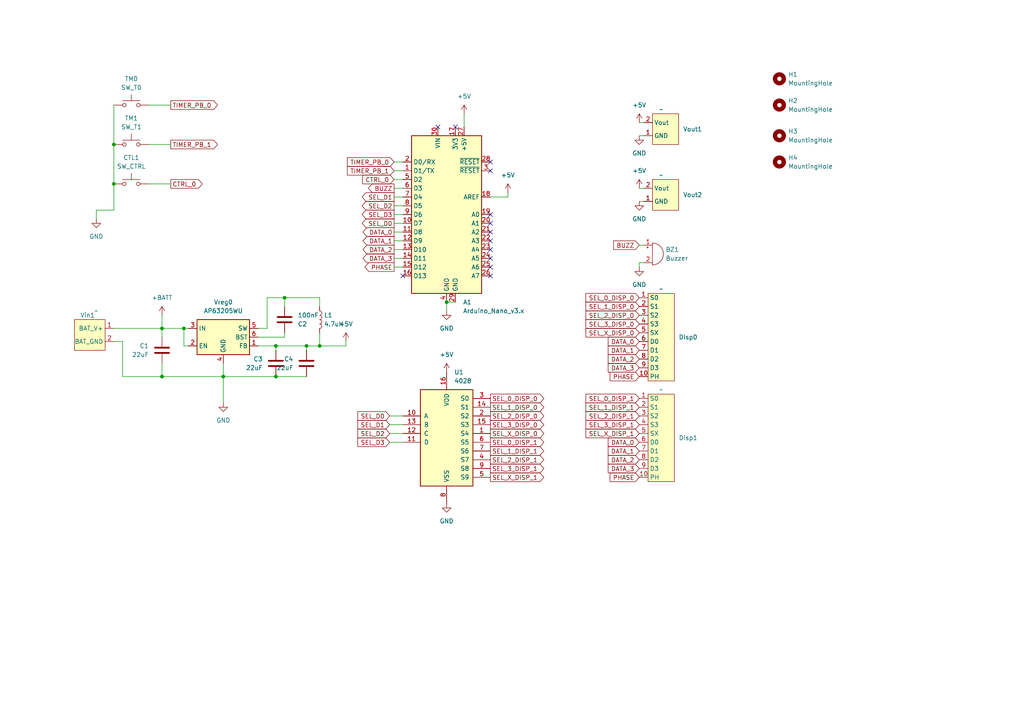
<source format=kicad_sch>
(kicad_sch (version 20230121) (generator eeschema)

  (uuid ad5570c1-b89d-4195-a764-2aeac02159e3)

  (paper "A4")

  (lib_symbols
    (symbol "4xxx:4028" (pin_names (offset 1.016)) (in_bom yes) (on_board yes)
      (property "Reference" "U" (at -7.62 13.97 0)
        (effects (font (size 1.27 1.27)))
      )
      (property "Value" "4028" (at -7.62 -16.51 0)
        (effects (font (size 1.27 1.27)))
      )
      (property "Footprint" "" (at 0 0 0)
        (effects (font (size 1.27 1.27)) hide)
      )
      (property "Datasheet" "http://www.intersil.com/content/dam/Intersil/documents/cd40/cd4028bms.pdf" (at 0 0 0)
        (effects (font (size 1.27 1.27)) hide)
      )
      (property "ki_locked" "" (at 0 0 0)
        (effects (font (size 1.27 1.27)))
      )
      (property "ki_keywords" "CMOS DECOD DECOD10" (at 0 0 0)
        (effects (font (size 1.27 1.27)) hide)
      )
      (property "ki_description" "Decoder 4 to 10 lines" (at 0 0 0)
        (effects (font (size 1.27 1.27)) hide)
      )
      (property "ki_fp_filters" "DIP?16*" (at 0 0 0)
        (effects (font (size 1.27 1.27)) hide)
      )
      (symbol "4028_1_0"
        (pin output line (at 12.7 0 180) (length 5.08)
          (name "S4" (effects (font (size 1.27 1.27))))
          (number "1" (effects (font (size 1.27 1.27))))
        )
        (pin input line (at -12.7 5.08 0) (length 5.08)
          (name "A" (effects (font (size 1.27 1.27))))
          (number "10" (effects (font (size 1.27 1.27))))
        )
        (pin input line (at -12.7 -2.54 0) (length 5.08)
          (name "D" (effects (font (size 1.27 1.27))))
          (number "11" (effects (font (size 1.27 1.27))))
        )
        (pin input line (at -12.7 0 0) (length 5.08)
          (name "C" (effects (font (size 1.27 1.27))))
          (number "12" (effects (font (size 1.27 1.27))))
        )
        (pin input line (at -12.7 2.54 0) (length 5.08)
          (name "B" (effects (font (size 1.27 1.27))))
          (number "13" (effects (font (size 1.27 1.27))))
        )
        (pin output line (at 12.7 7.62 180) (length 5.08)
          (name "S1" (effects (font (size 1.27 1.27))))
          (number "14" (effects (font (size 1.27 1.27))))
        )
        (pin output line (at 12.7 2.54 180) (length 5.08)
          (name "S3" (effects (font (size 1.27 1.27))))
          (number "15" (effects (font (size 1.27 1.27))))
        )
        (pin power_in line (at 0 17.78 270) (length 5.08)
          (name "VDD" (effects (font (size 1.27 1.27))))
          (number "16" (effects (font (size 1.27 1.27))))
        )
        (pin output line (at 12.7 5.08 180) (length 5.08)
          (name "S2" (effects (font (size 1.27 1.27))))
          (number "2" (effects (font (size 1.27 1.27))))
        )
        (pin output line (at 12.7 10.16 180) (length 5.08)
          (name "S0" (effects (font (size 1.27 1.27))))
          (number "3" (effects (font (size 1.27 1.27))))
        )
        (pin output line (at 12.7 -7.62 180) (length 5.08)
          (name "S7" (effects (font (size 1.27 1.27))))
          (number "4" (effects (font (size 1.27 1.27))))
        )
        (pin output line (at 12.7 -12.7 180) (length 5.08)
          (name "S9" (effects (font (size 1.27 1.27))))
          (number "5" (effects (font (size 1.27 1.27))))
        )
        (pin output line (at 12.7 -2.54 180) (length 5.08)
          (name "S5" (effects (font (size 1.27 1.27))))
          (number "6" (effects (font (size 1.27 1.27))))
        )
        (pin output line (at 12.7 -5.08 180) (length 5.08)
          (name "S6" (effects (font (size 1.27 1.27))))
          (number "7" (effects (font (size 1.27 1.27))))
        )
        (pin power_in line (at 0 -20.32 90) (length 5.08)
          (name "VSS" (effects (font (size 1.27 1.27))))
          (number "8" (effects (font (size 1.27 1.27))))
        )
        (pin output line (at 12.7 -10.16 180) (length 5.08)
          (name "S8" (effects (font (size 1.27 1.27))))
          (number "9" (effects (font (size 1.27 1.27))))
        )
      )
      (symbol "4028_1_1"
        (rectangle (start -7.62 12.7) (end 7.62 -15.24)
          (stroke (width 0.254) (type default))
          (fill (type background))
        )
      )
    )
    (symbol "Device:Buzzer" (pin_names (offset 0.0254) hide) (in_bom yes) (on_board yes)
      (property "Reference" "BZ" (at 3.81 1.27 0)
        (effects (font (size 1.27 1.27)) (justify left))
      )
      (property "Value" "Buzzer" (at 3.81 -1.27 0)
        (effects (font (size 1.27 1.27)) (justify left))
      )
      (property "Footprint" "" (at -0.635 2.54 90)
        (effects (font (size 1.27 1.27)) hide)
      )
      (property "Datasheet" "~" (at -0.635 2.54 90)
        (effects (font (size 1.27 1.27)) hide)
      )
      (property "ki_keywords" "quartz resonator ceramic" (at 0 0 0)
        (effects (font (size 1.27 1.27)) hide)
      )
      (property "ki_description" "Buzzer, polarized" (at 0 0 0)
        (effects (font (size 1.27 1.27)) hide)
      )
      (property "ki_fp_filters" "*Buzzer*" (at 0 0 0)
        (effects (font (size 1.27 1.27)) hide)
      )
      (symbol "Buzzer_0_1"
        (arc (start 0 -3.175) (mid 3.1612 0) (end 0 3.175)
          (stroke (width 0) (type default))
          (fill (type none))
        )
        (polyline
          (pts
            (xy -1.651 1.905)
            (xy -1.143 1.905)
          )
          (stroke (width 0) (type default))
          (fill (type none))
        )
        (polyline
          (pts
            (xy -1.397 2.159)
            (xy -1.397 1.651)
          )
          (stroke (width 0) (type default))
          (fill (type none))
        )
        (polyline
          (pts
            (xy 0 3.175)
            (xy 0 -3.175)
          )
          (stroke (width 0) (type default))
          (fill (type none))
        )
      )
      (symbol "Buzzer_1_1"
        (pin passive line (at -2.54 2.54 0) (length 2.54)
          (name "-" (effects (font (size 1.27 1.27))))
          (number "1" (effects (font (size 1.27 1.27))))
        )
        (pin passive line (at -2.54 -2.54 0) (length 2.54)
          (name "+" (effects (font (size 1.27 1.27))))
          (number "2" (effects (font (size 1.27 1.27))))
        )
      )
    )
    (symbol "Device:C" (pin_numbers hide) (pin_names (offset 0.254)) (in_bom yes) (on_board yes)
      (property "Reference" "C" (at 0.635 2.54 0)
        (effects (font (size 1.27 1.27)) (justify left))
      )
      (property "Value" "C" (at 0.635 -2.54 0)
        (effects (font (size 1.27 1.27)) (justify left))
      )
      (property "Footprint" "" (at 0.9652 -3.81 0)
        (effects (font (size 1.27 1.27)) hide)
      )
      (property "Datasheet" "~" (at 0 0 0)
        (effects (font (size 1.27 1.27)) hide)
      )
      (property "ki_keywords" "cap capacitor" (at 0 0 0)
        (effects (font (size 1.27 1.27)) hide)
      )
      (property "ki_description" "Unpolarized capacitor" (at 0 0 0)
        (effects (font (size 1.27 1.27)) hide)
      )
      (property "ki_fp_filters" "C_*" (at 0 0 0)
        (effects (font (size 1.27 1.27)) hide)
      )
      (symbol "C_0_1"
        (polyline
          (pts
            (xy -2.032 -0.762)
            (xy 2.032 -0.762)
          )
          (stroke (width 0.508) (type default))
          (fill (type none))
        )
        (polyline
          (pts
            (xy -2.032 0.762)
            (xy 2.032 0.762)
          )
          (stroke (width 0.508) (type default))
          (fill (type none))
        )
      )
      (symbol "C_1_1"
        (pin passive line (at 0 3.81 270) (length 2.794)
          (name "~" (effects (font (size 1.27 1.27))))
          (number "1" (effects (font (size 1.27 1.27))))
        )
        (pin passive line (at 0 -3.81 90) (length 2.794)
          (name "~" (effects (font (size 1.27 1.27))))
          (number "2" (effects (font (size 1.27 1.27))))
        )
      )
    )
    (symbol "Device:L" (pin_numbers hide) (pin_names (offset 1.016) hide) (in_bom yes) (on_board yes)
      (property "Reference" "L" (at -1.27 0 90)
        (effects (font (size 1.27 1.27)))
      )
      (property "Value" "L" (at 1.905 0 90)
        (effects (font (size 1.27 1.27)))
      )
      (property "Footprint" "" (at 0 0 0)
        (effects (font (size 1.27 1.27)) hide)
      )
      (property "Datasheet" "~" (at 0 0 0)
        (effects (font (size 1.27 1.27)) hide)
      )
      (property "ki_keywords" "inductor choke coil reactor magnetic" (at 0 0 0)
        (effects (font (size 1.27 1.27)) hide)
      )
      (property "ki_description" "Inductor" (at 0 0 0)
        (effects (font (size 1.27 1.27)) hide)
      )
      (property "ki_fp_filters" "Choke_* *Coil* Inductor_* L_*" (at 0 0 0)
        (effects (font (size 1.27 1.27)) hide)
      )
      (symbol "L_0_1"
        (arc (start 0 -2.54) (mid 0.6323 -1.905) (end 0 -1.27)
          (stroke (width 0) (type default))
          (fill (type none))
        )
        (arc (start 0 -1.27) (mid 0.6323 -0.635) (end 0 0)
          (stroke (width 0) (type default))
          (fill (type none))
        )
        (arc (start 0 0) (mid 0.6323 0.635) (end 0 1.27)
          (stroke (width 0) (type default))
          (fill (type none))
        )
        (arc (start 0 1.27) (mid 0.6323 1.905) (end 0 2.54)
          (stroke (width 0) (type default))
          (fill (type none))
        )
      )
      (symbol "L_1_1"
        (pin passive line (at 0 3.81 270) (length 1.27)
          (name "1" (effects (font (size 1.27 1.27))))
          (number "1" (effects (font (size 1.27 1.27))))
        )
        (pin passive line (at 0 -3.81 90) (length 1.27)
          (name "2" (effects (font (size 1.27 1.27))))
          (number "2" (effects (font (size 1.27 1.27))))
        )
      )
    )
    (symbol "MCU_Module:Arduino_Nano_v3.x" (in_bom yes) (on_board yes)
      (property "Reference" "A" (at -10.16 23.495 0)
        (effects (font (size 1.27 1.27)) (justify left bottom))
      )
      (property "Value" "Arduino_Nano_v3.x" (at 5.08 -24.13 0)
        (effects (font (size 1.27 1.27)) (justify left top))
      )
      (property "Footprint" "Module:Arduino_Nano" (at 0 0 0)
        (effects (font (size 1.27 1.27) italic) hide)
      )
      (property "Datasheet" "http://www.mouser.com/pdfdocs/Gravitech_Arduino_Nano3_0.pdf" (at 0 0 0)
        (effects (font (size 1.27 1.27)) hide)
      )
      (property "ki_keywords" "Arduino nano microcontroller module USB" (at 0 0 0)
        (effects (font (size 1.27 1.27)) hide)
      )
      (property "ki_description" "Arduino Nano v3.x" (at 0 0 0)
        (effects (font (size 1.27 1.27)) hide)
      )
      (property "ki_fp_filters" "Arduino*Nano*" (at 0 0 0)
        (effects (font (size 1.27 1.27)) hide)
      )
      (symbol "Arduino_Nano_v3.x_0_1"
        (rectangle (start -10.16 22.86) (end 10.16 -22.86)
          (stroke (width 0.254) (type default))
          (fill (type background))
        )
      )
      (symbol "Arduino_Nano_v3.x_1_1"
        (pin bidirectional line (at -12.7 12.7 0) (length 2.54)
          (name "D1/TX" (effects (font (size 1.27 1.27))))
          (number "1" (effects (font (size 1.27 1.27))))
        )
        (pin bidirectional line (at -12.7 -2.54 0) (length 2.54)
          (name "D7" (effects (font (size 1.27 1.27))))
          (number "10" (effects (font (size 1.27 1.27))))
        )
        (pin bidirectional line (at -12.7 -5.08 0) (length 2.54)
          (name "D8" (effects (font (size 1.27 1.27))))
          (number "11" (effects (font (size 1.27 1.27))))
        )
        (pin bidirectional line (at -12.7 -7.62 0) (length 2.54)
          (name "D9" (effects (font (size 1.27 1.27))))
          (number "12" (effects (font (size 1.27 1.27))))
        )
        (pin bidirectional line (at -12.7 -10.16 0) (length 2.54)
          (name "D10" (effects (font (size 1.27 1.27))))
          (number "13" (effects (font (size 1.27 1.27))))
        )
        (pin bidirectional line (at -12.7 -12.7 0) (length 2.54)
          (name "D11" (effects (font (size 1.27 1.27))))
          (number "14" (effects (font (size 1.27 1.27))))
        )
        (pin bidirectional line (at -12.7 -15.24 0) (length 2.54)
          (name "D12" (effects (font (size 1.27 1.27))))
          (number "15" (effects (font (size 1.27 1.27))))
        )
        (pin bidirectional line (at -12.7 -17.78 0) (length 2.54)
          (name "D13" (effects (font (size 1.27 1.27))))
          (number "16" (effects (font (size 1.27 1.27))))
        )
        (pin power_out line (at 2.54 25.4 270) (length 2.54)
          (name "3V3" (effects (font (size 1.27 1.27))))
          (number "17" (effects (font (size 1.27 1.27))))
        )
        (pin input line (at 12.7 5.08 180) (length 2.54)
          (name "AREF" (effects (font (size 1.27 1.27))))
          (number "18" (effects (font (size 1.27 1.27))))
        )
        (pin bidirectional line (at 12.7 0 180) (length 2.54)
          (name "A0" (effects (font (size 1.27 1.27))))
          (number "19" (effects (font (size 1.27 1.27))))
        )
        (pin bidirectional line (at -12.7 15.24 0) (length 2.54)
          (name "D0/RX" (effects (font (size 1.27 1.27))))
          (number "2" (effects (font (size 1.27 1.27))))
        )
        (pin bidirectional line (at 12.7 -2.54 180) (length 2.54)
          (name "A1" (effects (font (size 1.27 1.27))))
          (number "20" (effects (font (size 1.27 1.27))))
        )
        (pin bidirectional line (at 12.7 -5.08 180) (length 2.54)
          (name "A2" (effects (font (size 1.27 1.27))))
          (number "21" (effects (font (size 1.27 1.27))))
        )
        (pin bidirectional line (at 12.7 -7.62 180) (length 2.54)
          (name "A3" (effects (font (size 1.27 1.27))))
          (number "22" (effects (font (size 1.27 1.27))))
        )
        (pin bidirectional line (at 12.7 -10.16 180) (length 2.54)
          (name "A4" (effects (font (size 1.27 1.27))))
          (number "23" (effects (font (size 1.27 1.27))))
        )
        (pin bidirectional line (at 12.7 -12.7 180) (length 2.54)
          (name "A5" (effects (font (size 1.27 1.27))))
          (number "24" (effects (font (size 1.27 1.27))))
        )
        (pin bidirectional line (at 12.7 -15.24 180) (length 2.54)
          (name "A6" (effects (font (size 1.27 1.27))))
          (number "25" (effects (font (size 1.27 1.27))))
        )
        (pin bidirectional line (at 12.7 -17.78 180) (length 2.54)
          (name "A7" (effects (font (size 1.27 1.27))))
          (number "26" (effects (font (size 1.27 1.27))))
        )
        (pin power_out line (at 5.08 25.4 270) (length 2.54)
          (name "+5V" (effects (font (size 1.27 1.27))))
          (number "27" (effects (font (size 1.27 1.27))))
        )
        (pin input line (at 12.7 15.24 180) (length 2.54)
          (name "~{RESET}" (effects (font (size 1.27 1.27))))
          (number "28" (effects (font (size 1.27 1.27))))
        )
        (pin power_in line (at 2.54 -25.4 90) (length 2.54)
          (name "GND" (effects (font (size 1.27 1.27))))
          (number "29" (effects (font (size 1.27 1.27))))
        )
        (pin input line (at 12.7 12.7 180) (length 2.54)
          (name "~{RESET}" (effects (font (size 1.27 1.27))))
          (number "3" (effects (font (size 1.27 1.27))))
        )
        (pin power_in line (at -2.54 25.4 270) (length 2.54)
          (name "VIN" (effects (font (size 1.27 1.27))))
          (number "30" (effects (font (size 1.27 1.27))))
        )
        (pin power_in line (at 0 -25.4 90) (length 2.54)
          (name "GND" (effects (font (size 1.27 1.27))))
          (number "4" (effects (font (size 1.27 1.27))))
        )
        (pin bidirectional line (at -12.7 10.16 0) (length 2.54)
          (name "D2" (effects (font (size 1.27 1.27))))
          (number "5" (effects (font (size 1.27 1.27))))
        )
        (pin bidirectional line (at -12.7 7.62 0) (length 2.54)
          (name "D3" (effects (font (size 1.27 1.27))))
          (number "6" (effects (font (size 1.27 1.27))))
        )
        (pin bidirectional line (at -12.7 5.08 0) (length 2.54)
          (name "D4" (effects (font (size 1.27 1.27))))
          (number "7" (effects (font (size 1.27 1.27))))
        )
        (pin bidirectional line (at -12.7 2.54 0) (length 2.54)
          (name "D5" (effects (font (size 1.27 1.27))))
          (number "8" (effects (font (size 1.27 1.27))))
        )
        (pin bidirectional line (at -12.7 0 0) (length 2.54)
          (name "D6" (effects (font (size 1.27 1.27))))
          (number "9" (effects (font (size 1.27 1.27))))
        )
      )
    )
    (symbol "Mechanical:MountingHole" (pin_names (offset 1.016)) (in_bom yes) (on_board yes)
      (property "Reference" "H" (at 0 5.08 0)
        (effects (font (size 1.27 1.27)))
      )
      (property "Value" "MountingHole" (at 0 3.175 0)
        (effects (font (size 1.27 1.27)))
      )
      (property "Footprint" "" (at 0 0 0)
        (effects (font (size 1.27 1.27)) hide)
      )
      (property "Datasheet" "~" (at 0 0 0)
        (effects (font (size 1.27 1.27)) hide)
      )
      (property "ki_keywords" "mounting hole" (at 0 0 0)
        (effects (font (size 1.27 1.27)) hide)
      )
      (property "ki_description" "Mounting Hole without connection" (at 0 0 0)
        (effects (font (size 1.27 1.27)) hide)
      )
      (property "ki_fp_filters" "MountingHole*" (at 0 0 0)
        (effects (font (size 1.27 1.27)) hide)
      )
      (symbol "MountingHole_0_1"
        (circle (center 0 0) (radius 1.27)
          (stroke (width 1.27) (type default))
          (fill (type none))
        )
      )
    )
    (symbol "Regulator_Switching:AP63205WU" (in_bom yes) (on_board yes)
      (property "Reference" "U" (at -7.62 6.35 0)
        (effects (font (size 1.27 1.27)))
      )
      (property "Value" "AP63205WU" (at 2.54 6.35 0)
        (effects (font (size 1.27 1.27)))
      )
      (property "Footprint" "Package_TO_SOT_SMD:TSOT-23-6" (at 0 -22.86 0)
        (effects (font (size 1.27 1.27)) hide)
      )
      (property "Datasheet" "https://www.diodes.com/assets/Datasheets/AP63200-AP63201-AP63203-AP63205.pdf" (at 0 0 0)
        (effects (font (size 1.27 1.27)) hide)
      )
      (property "ki_keywords" "2A Buck DC/DC" (at 0 0 0)
        (effects (font (size 1.27 1.27)) hide)
      )
      (property "ki_description" "2A, 1.1MHz Buck DC/DC Converter, fixed 5.0V output voltage, TSOT-23-6" (at 0 0 0)
        (effects (font (size 1.27 1.27)) hide)
      )
      (property "ki_fp_filters" "TSOT?23*" (at 0 0 0)
        (effects (font (size 1.27 1.27)) hide)
      )
      (symbol "AP63205WU_0_1"
        (rectangle (start -7.62 5.08) (end 7.62 -5.08)
          (stroke (width 0.254) (type default))
          (fill (type background))
        )
      )
      (symbol "AP63205WU_1_1"
        (pin input line (at 10.16 -2.54 180) (length 2.54)
          (name "FB" (effects (font (size 1.27 1.27))))
          (number "1" (effects (font (size 1.27 1.27))))
        )
        (pin input line (at -10.16 -2.54 0) (length 2.54)
          (name "EN" (effects (font (size 1.27 1.27))))
          (number "2" (effects (font (size 1.27 1.27))))
        )
        (pin power_in line (at -10.16 2.54 0) (length 2.54)
          (name "IN" (effects (font (size 1.27 1.27))))
          (number "3" (effects (font (size 1.27 1.27))))
        )
        (pin power_in line (at 0 -7.62 90) (length 2.54)
          (name "GND" (effects (font (size 1.27 1.27))))
          (number "4" (effects (font (size 1.27 1.27))))
        )
        (pin output line (at 10.16 2.54 180) (length 2.54)
          (name "SW" (effects (font (size 1.27 1.27))))
          (number "5" (effects (font (size 1.27 1.27))))
        )
        (pin passive line (at 10.16 0 180) (length 2.54)
          (name "BST" (effects (font (size 1.27 1.27))))
          (number "6" (effects (font (size 1.27 1.27))))
        )
      )
    )
    (symbol "SEL_OUTPUT_1" (in_bom yes) (on_board yes)
      (property "Reference" "C" (at 0 0 0)
        (effects (font (size 1.27 1.27)))
      )
      (property "Value" "" (at 0 0 0)
        (effects (font (size 1.27 1.27)))
      )
      (property "Footprint" "" (at 0 0 0)
        (effects (font (size 1.27 1.27)) hide)
      )
      (property "Datasheet" "" (at 0 0 0)
        (effects (font (size 1.27 1.27)) hide)
      )
      (symbol "SEL_OUTPUT_1_1_1"
        (rectangle (start -3.81 -1.27) (end 3.81 -26.67)
          (stroke (width 0) (type default))
          (fill (type background))
        )
        (pin input line (at -6.35 -2.54 0) (length 2.54)
          (name "S0" (effects (font (size 1.27 1.27))))
          (number "1" (effects (font (size 1.27 1.27))))
        )
        (pin input line (at -6.35 -25.4 0) (length 2.54)
          (name "PH" (effects (font (size 1.27 1.27))))
          (number "10" (effects (font (size 1.27 1.27))))
        )
        (pin input line (at -6.35 -5.08 0) (length 2.54)
          (name "S1" (effects (font (size 1.27 1.27))))
          (number "2" (effects (font (size 1.27 1.27))))
        )
        (pin input line (at -6.35 -7.62 0) (length 2.54)
          (name "S2" (effects (font (size 1.27 1.27))))
          (number "3" (effects (font (size 1.27 1.27))))
        )
        (pin input line (at -6.35 -10.16 0) (length 2.54)
          (name "S3" (effects (font (size 1.27 1.27))))
          (number "4" (effects (font (size 1.27 1.27))))
        )
        (pin input line (at -6.35 -12.7 0) (length 2.54)
          (name "SX" (effects (font (size 1.27 1.27))))
          (number "5" (effects (font (size 1.27 1.27))))
        )
        (pin input line (at -6.35 -15.24 0) (length 2.54)
          (name "D0" (effects (font (size 1.27 1.27))))
          (number "6" (effects (font (size 1.27 1.27))))
        )
        (pin input line (at -6.35 -17.78 0) (length 2.54)
          (name "D1" (effects (font (size 1.27 1.27))))
          (number "7" (effects (font (size 1.27 1.27))))
        )
        (pin input line (at -6.35 -20.32 0) (length 2.54)
          (name "D2" (effects (font (size 1.27 1.27))))
          (number "8" (effects (font (size 1.27 1.27))))
        )
        (pin input line (at -6.35 -22.86 0) (length 2.54)
          (name "D3" (effects (font (size 1.27 1.27))))
          (number "9" (effects (font (size 1.27 1.27))))
        )
      )
    )
    (symbol "Switch:SW_Push" (pin_numbers hide) (pin_names (offset 1.016) hide) (in_bom yes) (on_board yes)
      (property "Reference" "SW" (at 1.27 2.54 0)
        (effects (font (size 1.27 1.27)) (justify left))
      )
      (property "Value" "SW_Push" (at 0 -1.524 0)
        (effects (font (size 1.27 1.27)))
      )
      (property "Footprint" "" (at 0 5.08 0)
        (effects (font (size 1.27 1.27)) hide)
      )
      (property "Datasheet" "~" (at 0 5.08 0)
        (effects (font (size 1.27 1.27)) hide)
      )
      (property "ki_keywords" "switch normally-open pushbutton push-button" (at 0 0 0)
        (effects (font (size 1.27 1.27)) hide)
      )
      (property "ki_description" "Push button switch, generic, two pins" (at 0 0 0)
        (effects (font (size 1.27 1.27)) hide)
      )
      (symbol "SW_Push_0_1"
        (circle (center -2.032 0) (radius 0.508)
          (stroke (width 0) (type default))
          (fill (type none))
        )
        (polyline
          (pts
            (xy 0 1.27)
            (xy 0 3.048)
          )
          (stroke (width 0) (type default))
          (fill (type none))
        )
        (polyline
          (pts
            (xy 2.54 1.27)
            (xy -2.54 1.27)
          )
          (stroke (width 0) (type default))
          (fill (type none))
        )
        (circle (center 2.032 0) (radius 0.508)
          (stroke (width 0) (type default))
          (fill (type none))
        )
        (pin passive line (at -5.08 0 0) (length 2.54)
          (name "1" (effects (font (size 1.27 1.27))))
          (number "1" (effects (font (size 1.27 1.27))))
        )
        (pin passive line (at 5.08 0 180) (length 2.54)
          (name "2" (effects (font (size 1.27 1.27))))
          (number "2" (effects (font (size 1.27 1.27))))
        )
      )
    )
    (symbol "SwitchingReg_CUSTOM:PowerInput" (in_bom yes) (on_board yes)
      (property "Reference" "C1" (at -1.27 2.54 0)
        (effects (font (size 1.27 1.27)))
      )
      (property "Value" "~" (at 0 0 0)
        (effects (font (size 1.27 1.27)))
      )
      (property "Footprint" "CUSTOM_PADS:2-Pad_FP" (at 0 0 0)
        (effects (font (size 1.27 1.27)) hide)
      )
      (property "Datasheet" "" (at 0 0 0)
        (effects (font (size 1.27 1.27)) hide)
      )
      (symbol "PowerInput_1_1"
        (rectangle (start -6.35 -2.54) (end 2.54 -11.43)
          (stroke (width 0) (type default))
          (fill (type background))
        )
        (pin power_out line (at 5.08 -5.08 180) (length 2.54)
          (name "BAT_V+" (effects (font (size 1.27 1.27))))
          (number "1" (effects (font (size 1.27 1.27))))
        )
        (pin power_out line (at 5.08 -8.89 180) (length 2.54)
          (name "BAT_GND" (effects (font (size 1.27 1.27))))
          (number "2" (effects (font (size 1.27 1.27))))
        )
      )
    )
    (symbol "SwitchingReg_CUSTOM:SEL_OUTPUT" (in_bom yes) (on_board yes)
      (property "Reference" "C" (at 0 0 0)
        (effects (font (size 1.27 1.27)))
      )
      (property "Value" "" (at 0 0 0)
        (effects (font (size 1.27 1.27)))
      )
      (property "Footprint" "" (at 0 0 0)
        (effects (font (size 1.27 1.27)) hide)
      )
      (property "Datasheet" "" (at 0 0 0)
        (effects (font (size 1.27 1.27)) hide)
      )
      (symbol "SEL_OUTPUT_1_1"
        (rectangle (start -3.81 -1.27) (end 3.81 -26.67)
          (stroke (width 0) (type default))
          (fill (type background))
        )
        (pin input line (at -6.35 -2.54 0) (length 2.54)
          (name "S0" (effects (font (size 1.27 1.27))))
          (number "1" (effects (font (size 1.27 1.27))))
        )
        (pin input line (at -6.35 -25.4 0) (length 2.54)
          (name "PH" (effects (font (size 1.27 1.27))))
          (number "10" (effects (font (size 1.27 1.27))))
        )
        (pin input line (at -6.35 -5.08 0) (length 2.54)
          (name "S1" (effects (font (size 1.27 1.27))))
          (number "2" (effects (font (size 1.27 1.27))))
        )
        (pin input line (at -6.35 -7.62 0) (length 2.54)
          (name "S2" (effects (font (size 1.27 1.27))))
          (number "3" (effects (font (size 1.27 1.27))))
        )
        (pin input line (at -6.35 -10.16 0) (length 2.54)
          (name "S3" (effects (font (size 1.27 1.27))))
          (number "4" (effects (font (size 1.27 1.27))))
        )
        (pin input line (at -6.35 -12.7 0) (length 2.54)
          (name "SX" (effects (font (size 1.27 1.27))))
          (number "5" (effects (font (size 1.27 1.27))))
        )
        (pin input line (at -6.35 -15.24 0) (length 2.54)
          (name "D0" (effects (font (size 1.27 1.27))))
          (number "6" (effects (font (size 1.27 1.27))))
        )
        (pin input line (at -6.35 -17.78 0) (length 2.54)
          (name "D1" (effects (font (size 1.27 1.27))))
          (number "7" (effects (font (size 1.27 1.27))))
        )
        (pin input line (at -6.35 -20.32 0) (length 2.54)
          (name "D2" (effects (font (size 1.27 1.27))))
          (number "8" (effects (font (size 1.27 1.27))))
        )
        (pin input line (at -6.35 -22.86 0) (length 2.54)
          (name "D3" (effects (font (size 1.27 1.27))))
          (number "9" (effects (font (size 1.27 1.27))))
        )
      )
    )
    (symbol "SwitchingReg_CUSTOM:Vout" (in_bom yes) (on_board yes)
      (property "Reference" "C" (at 0 0 0)
        (effects (font (size 1.27 1.27)))
      )
      (property "Value" "" (at 0 0 0)
        (effects (font (size 1.27 1.27)))
      )
      (property "Footprint" "" (at 0 0 0)
        (effects (font (size 1.27 1.27)) hide)
      )
      (property "Datasheet" "" (at 0 0 0)
        (effects (font (size 1.27 1.27)) hide)
      )
      (symbol "Vout_1_1"
        (rectangle (start -5.08 -1.27) (end 2.54 -10.16)
          (stroke (width 0) (type default))
          (fill (type background))
        )
        (pin power_in line (at 5.08 -7.62 180) (length 2.54)
          (name "GND" (effects (font (size 1.27 1.27))))
          (number "1" (effects (font (size 1.27 1.27))))
        )
        (pin power_in line (at 5.08 -3.81 180) (length 2.54)
          (name "Vout" (effects (font (size 1.27 1.27))))
          (number "2" (effects (font (size 1.27 1.27))))
        )
      )
    )
    (symbol "Vout_1" (in_bom yes) (on_board yes)
      (property "Reference" "Conn" (at 0 0 0)
        (effects (font (size 1.27 1.27)))
      )
      (property "Value" "" (at 0 0 0)
        (effects (font (size 1.27 1.27)))
      )
      (property "Footprint" "" (at 0 0 0)
        (effects (font (size 1.27 1.27)) hide)
      )
      (property "Datasheet" "" (at 0 0 0)
        (effects (font (size 1.27 1.27)) hide)
      )
      (symbol "Vout_1_1_1"
        (rectangle (start -5.08 -1.27) (end 2.54 -10.16)
          (stroke (width 0) (type default))
          (fill (type background))
        )
        (pin power_in line (at 5.08 -7.62 180) (length 2.54)
          (name "GND" (effects (font (size 1.27 1.27))))
          (number "1" (effects (font (size 1.27 1.27))))
        )
        (pin power_in line (at 5.08 -3.81 180) (length 2.54)
          (name "Vout" (effects (font (size 1.27 1.27))))
          (number "2" (effects (font (size 1.27 1.27))))
        )
      )
    )
    (symbol "power:+5V" (power) (pin_names (offset 0)) (in_bom yes) (on_board yes)
      (property "Reference" "#PWR" (at 0 -3.81 0)
        (effects (font (size 1.27 1.27)) hide)
      )
      (property "Value" "+5V" (at 0 3.556 0)
        (effects (font (size 1.27 1.27)))
      )
      (property "Footprint" "" (at 0 0 0)
        (effects (font (size 1.27 1.27)) hide)
      )
      (property "Datasheet" "" (at 0 0 0)
        (effects (font (size 1.27 1.27)) hide)
      )
      (property "ki_keywords" "global power" (at 0 0 0)
        (effects (font (size 1.27 1.27)) hide)
      )
      (property "ki_description" "Power symbol creates a global label with name \"+5V\"" (at 0 0 0)
        (effects (font (size 1.27 1.27)) hide)
      )
      (symbol "+5V_0_1"
        (polyline
          (pts
            (xy -0.762 1.27)
            (xy 0 2.54)
          )
          (stroke (width 0) (type default))
          (fill (type none))
        )
        (polyline
          (pts
            (xy 0 0)
            (xy 0 2.54)
          )
          (stroke (width 0) (type default))
          (fill (type none))
        )
        (polyline
          (pts
            (xy 0 2.54)
            (xy 0.762 1.27)
          )
          (stroke (width 0) (type default))
          (fill (type none))
        )
      )
      (symbol "+5V_1_1"
        (pin power_in line (at 0 0 90) (length 0) hide
          (name "+5V" (effects (font (size 1.27 1.27))))
          (number "1" (effects (font (size 1.27 1.27))))
        )
      )
    )
    (symbol "power:+BATT" (power) (pin_names (offset 0)) (in_bom yes) (on_board yes)
      (property "Reference" "#PWR" (at 0 -3.81 0)
        (effects (font (size 1.27 1.27)) hide)
      )
      (property "Value" "+BATT" (at 0 3.556 0)
        (effects (font (size 1.27 1.27)))
      )
      (property "Footprint" "" (at 0 0 0)
        (effects (font (size 1.27 1.27)) hide)
      )
      (property "Datasheet" "" (at 0 0 0)
        (effects (font (size 1.27 1.27)) hide)
      )
      (property "ki_keywords" "global power battery" (at 0 0 0)
        (effects (font (size 1.27 1.27)) hide)
      )
      (property "ki_description" "Power symbol creates a global label with name \"+BATT\"" (at 0 0 0)
        (effects (font (size 1.27 1.27)) hide)
      )
      (symbol "+BATT_0_1"
        (polyline
          (pts
            (xy -0.762 1.27)
            (xy 0 2.54)
          )
          (stroke (width 0) (type default))
          (fill (type none))
        )
        (polyline
          (pts
            (xy 0 0)
            (xy 0 2.54)
          )
          (stroke (width 0) (type default))
          (fill (type none))
        )
        (polyline
          (pts
            (xy 0 2.54)
            (xy 0.762 1.27)
          )
          (stroke (width 0) (type default))
          (fill (type none))
        )
      )
      (symbol "+BATT_1_1"
        (pin power_in line (at 0 0 90) (length 0) hide
          (name "+BATT" (effects (font (size 1.27 1.27))))
          (number "1" (effects (font (size 1.27 1.27))))
        )
      )
    )
    (symbol "power:GND" (power) (pin_names (offset 0)) (in_bom yes) (on_board yes)
      (property "Reference" "#PWR" (at 0 -6.35 0)
        (effects (font (size 1.27 1.27)) hide)
      )
      (property "Value" "GND" (at 0 -3.81 0)
        (effects (font (size 1.27 1.27)))
      )
      (property "Footprint" "" (at 0 0 0)
        (effects (font (size 1.27 1.27)) hide)
      )
      (property "Datasheet" "" (at 0 0 0)
        (effects (font (size 1.27 1.27)) hide)
      )
      (property "ki_keywords" "global power" (at 0 0 0)
        (effects (font (size 1.27 1.27)) hide)
      )
      (property "ki_description" "Power symbol creates a global label with name \"GND\" , ground" (at 0 0 0)
        (effects (font (size 1.27 1.27)) hide)
      )
      (symbol "GND_0_1"
        (polyline
          (pts
            (xy 0 0)
            (xy 0 -1.27)
            (xy 1.27 -1.27)
            (xy 0 -2.54)
            (xy -1.27 -1.27)
            (xy 0 -1.27)
          )
          (stroke (width 0) (type default))
          (fill (type none))
        )
      )
      (symbol "GND_1_1"
        (pin power_in line (at 0 0 270) (length 0) hide
          (name "GND" (effects (font (size 1.27 1.27))))
          (number "1" (effects (font (size 1.27 1.27))))
        )
      )
    )
  )

  (junction (at 129.54 87.63) (diameter 0) (color 0 0 0 0)
    (uuid 11a01bc5-ee66-4e82-a2e7-8c8caaea6bec)
  )
  (junction (at 33.02 41.91) (diameter 0) (color 0 0 0 0)
    (uuid 1db33014-0345-46e1-a07d-599dc3f230d8)
  )
  (junction (at 64.77 109.22) (diameter 0) (color 0 0 0 0)
    (uuid 20bca5f0-b371-420f-8681-179de569ab9e)
  )
  (junction (at 46.99 95.25) (diameter 0) (color 0 0 0 0)
    (uuid 2cd38305-1130-4009-8848-ca9bd53a0b1a)
  )
  (junction (at 80.01 109.22) (diameter 0) (color 0 0 0 0)
    (uuid 3273224f-b7c2-458b-8388-83dfb32e012b)
  )
  (junction (at 46.99 109.22) (diameter 0) (color 0 0 0 0)
    (uuid 4ac624b3-313b-489b-8092-d6ba393b8e52)
  )
  (junction (at 33.02 53.34) (diameter 0) (color 0 0 0 0)
    (uuid 6cb9d569-0c14-48e9-ae60-68ce77b12c1c)
  )
  (junction (at 88.9 100.33) (diameter 0) (color 0 0 0 0)
    (uuid 71d58f1b-5e60-4b27-be1f-1ca63a0d6f39)
  )
  (junction (at 92.71 100.33) (diameter 0) (color 0 0 0 0)
    (uuid 99dde366-a5c0-457c-8706-63ed269106a4)
  )
  (junction (at 82.55 86.36) (diameter 0) (color 0 0 0 0)
    (uuid a928301a-36df-48ea-8041-93254d584c4b)
  )
  (junction (at 80.01 100.33) (diameter 0) (color 0 0 0 0)
    (uuid aacfbaf6-d0ab-4631-bd1e-f3586ec0b04e)
  )
  (junction (at 53.34 95.25) (diameter 0) (color 0 0 0 0)
    (uuid d635f2f6-259b-4acf-a6e9-4e5f3624dfec)
  )

  (no_connect (at 142.24 77.47) (uuid 14515369-a116-4e31-9fcf-4709239ecfb4))
  (no_connect (at 142.24 62.23) (uuid 2da5bdf7-c549-461d-a96b-424b811f49f6))
  (no_connect (at 142.24 69.85) (uuid 36194bb9-ae87-4991-b241-fb58f2fa0506))
  (no_connect (at 142.24 49.53) (uuid 3731a23b-21ad-4824-988a-cba1e1df2909))
  (no_connect (at 142.24 72.39) (uuid 3ca9659d-e7f7-41e2-939e-ea82a8868408))
  (no_connect (at 132.08 36.83) (uuid 47f7f0dc-b9ff-42bb-8c9f-974e64fa4a19))
  (no_connect (at 142.24 46.99) (uuid 532c097d-5071-462e-b477-c75f88b33ff1))
  (no_connect (at 116.84 80.01) (uuid 73f60e43-d15d-4698-b2b3-e9d11038efd5))
  (no_connect (at 127 36.83) (uuid 7a8e023d-d930-43a5-99bd-d03fa9d253bd))
  (no_connect (at 142.24 64.77) (uuid 9eddbefb-19be-4e38-9c30-4ae80dea2a90))
  (no_connect (at 142.24 74.93) (uuid cc516601-d537-4dc9-9202-a7e40f528467))
  (no_connect (at 142.24 80.01) (uuid cce483ea-f575-4a86-b325-133666b1e3a9))
  (no_connect (at 142.24 67.31) (uuid de6c5bc4-b7ab-4db8-86d4-1cf5771e3883))

  (wire (pts (xy 185.42 39.37) (xy 186.69 39.37))
    (stroke (width 0) (type default))
    (uuid 00285b66-97f0-4890-89b7-e727b4e32032)
  )
  (wire (pts (xy 92.71 96.52) (xy 92.71 100.33))
    (stroke (width 0) (type default))
    (uuid 040438c2-91ca-4ab6-b91f-894df9a4ee41)
  )
  (wire (pts (xy 46.99 91.44) (xy 46.99 95.25))
    (stroke (width 0) (type default))
    (uuid 042ee4aa-1a1c-4519-b8d5-9f1b30dedfe4)
  )
  (wire (pts (xy 185.42 76.2) (xy 186.69 76.2))
    (stroke (width 0) (type default))
    (uuid 084e6cc6-821f-4491-a4a4-844b721526cf)
  )
  (wire (pts (xy 114.3 46.99) (xy 116.84 46.99))
    (stroke (width 0) (type default))
    (uuid 09ee7758-095e-4032-8aeb-e548a9a54813)
  )
  (wire (pts (xy 82.55 97.79) (xy 74.93 97.79))
    (stroke (width 0) (type default))
    (uuid 0c928df9-4786-40d9-bb1e-2d31de44afa4)
  )
  (wire (pts (xy 185.42 76.2) (xy 185.42 77.47))
    (stroke (width 0) (type default))
    (uuid 0e0c9625-37a1-48ef-94b1-2f054a0232ad)
  )
  (wire (pts (xy 43.18 30.48) (xy 49.53 30.48))
    (stroke (width 0) (type default))
    (uuid 0e7c221b-fe57-471c-95fc-6133da5ad05a)
  )
  (wire (pts (xy 74.93 95.25) (xy 77.47 95.25))
    (stroke (width 0) (type default))
    (uuid 107d2edd-dcf4-4a21-aa2e-056f80fd950c)
  )
  (wire (pts (xy 64.77 109.22) (xy 64.77 116.84))
    (stroke (width 0) (type default))
    (uuid 11b53d2b-db44-4a87-a1c3-870147b2c27e)
  )
  (wire (pts (xy 82.55 96.52) (xy 82.55 97.79))
    (stroke (width 0) (type default))
    (uuid 197a60a4-82b1-423e-a810-cf72684c7584)
  )
  (wire (pts (xy 88.9 100.33) (xy 92.71 100.33))
    (stroke (width 0) (type default))
    (uuid 2013e798-30f0-4fe6-bfd4-3e7ecea9fccf)
  )
  (wire (pts (xy 82.55 86.36) (xy 82.55 88.9))
    (stroke (width 0) (type default))
    (uuid 20926d66-6f99-4e0f-be24-f91d3c67e87e)
  )
  (wire (pts (xy 114.3 72.39) (xy 116.84 72.39))
    (stroke (width 0) (type default))
    (uuid 21fb1a05-a383-4f76-b2c1-f76cac6b523b)
  )
  (wire (pts (xy 114.3 67.31) (xy 116.84 67.31))
    (stroke (width 0) (type default))
    (uuid 241099fa-66b5-43c4-9fbb-185d2e953579)
  )
  (wire (pts (xy 114.3 69.85) (xy 116.84 69.85))
    (stroke (width 0) (type default))
    (uuid 296b7612-dab9-48ad-ad27-ffb904dd0a7e)
  )
  (wire (pts (xy 185.42 71.12) (xy 186.69 71.12))
    (stroke (width 0) (type default))
    (uuid 2b072dd4-2031-4e5b-986d-d7188d219bd6)
  )
  (wire (pts (xy 113.03 123.19) (xy 116.84 123.19))
    (stroke (width 0) (type default))
    (uuid 2f4f6b7b-af60-425f-a1ff-0f64fe89b8c1)
  )
  (wire (pts (xy 114.3 54.61) (xy 116.84 54.61))
    (stroke (width 0) (type default))
    (uuid 314875e5-0fc4-4cfd-9b55-a0d523881ad0)
  )
  (wire (pts (xy 114.3 64.77) (xy 116.84 64.77))
    (stroke (width 0) (type default))
    (uuid 31997b97-780a-4e6d-ace2-652e4a5fc677)
  )
  (wire (pts (xy 114.3 74.93) (xy 116.84 74.93))
    (stroke (width 0) (type default))
    (uuid 34e444f8-b49c-4c79-bc8f-e91bb2b18821)
  )
  (wire (pts (xy 33.02 30.48) (xy 33.02 41.91))
    (stroke (width 0) (type default))
    (uuid 4500ed3b-80ab-4e79-a2c0-75e850636f2e)
  )
  (wire (pts (xy 114.3 57.15) (xy 116.84 57.15))
    (stroke (width 0) (type default))
    (uuid 45a473d0-de59-4a78-b581-ea6ec93b9a6a)
  )
  (wire (pts (xy 43.18 53.34) (xy 49.53 53.34))
    (stroke (width 0) (type default))
    (uuid 48a224df-12a2-4059-95b9-e2a22d48b1d7)
  )
  (wire (pts (xy 185.42 35.56) (xy 186.69 35.56))
    (stroke (width 0) (type default))
    (uuid 4f62d9ac-c6fd-4043-8769-4915ef1ac695)
  )
  (wire (pts (xy 53.34 95.25) (xy 53.34 100.33))
    (stroke (width 0) (type default))
    (uuid 51bd93eb-fc48-4a96-9011-c508d9753eeb)
  )
  (wire (pts (xy 114.3 59.69) (xy 116.84 59.69))
    (stroke (width 0) (type default))
    (uuid 5487570d-a29a-4e88-b27a-e510dd3c26b5)
  )
  (wire (pts (xy 77.47 86.36) (xy 82.55 86.36))
    (stroke (width 0) (type default))
    (uuid 574a091e-1f0a-4a27-b161-b7707d39dc41)
  )
  (wire (pts (xy 185.42 58.42) (xy 186.69 58.42))
    (stroke (width 0) (type default))
    (uuid 57fe1d29-a358-4e1e-97c2-960683a33147)
  )
  (wire (pts (xy 80.01 109.22) (xy 88.9 109.22))
    (stroke (width 0) (type default))
    (uuid 59d7a8ec-129a-4d83-97f5-61b6bd9698a2)
  )
  (wire (pts (xy 33.02 99.06) (xy 35.56 99.06))
    (stroke (width 0) (type default))
    (uuid 5a2e3ae3-332e-441b-9b8b-b7ca8f80f471)
  )
  (wire (pts (xy 80.01 100.33) (xy 88.9 100.33))
    (stroke (width 0) (type default))
    (uuid 648cf312-7718-409a-8dfb-d190ac9c86e8)
  )
  (wire (pts (xy 92.71 100.33) (xy 100.33 100.33))
    (stroke (width 0) (type default))
    (uuid 65f2ede3-344b-4923-9b6f-806ecf6c26da)
  )
  (wire (pts (xy 46.99 95.25) (xy 46.99 97.79))
    (stroke (width 0) (type default))
    (uuid 66f9e85e-e06e-4303-9d07-6bcf9da66d21)
  )
  (wire (pts (xy 46.99 105.41) (xy 46.99 109.22))
    (stroke (width 0) (type default))
    (uuid 6c7226f9-6887-4c60-8de3-47df27d0b121)
  )
  (wire (pts (xy 92.71 86.36) (xy 92.71 88.9))
    (stroke (width 0) (type default))
    (uuid 6cbd9dff-fb55-45d7-b1f9-fe373998f1ce)
  )
  (wire (pts (xy 80.01 100.33) (xy 80.01 101.6))
    (stroke (width 0) (type default))
    (uuid 70cfcc8d-7bdb-494e-a4c8-f6be659a3822)
  )
  (wire (pts (xy 46.99 95.25) (xy 53.34 95.25))
    (stroke (width 0) (type default))
    (uuid 72597056-8a35-4b5d-8b94-a10b706a2ac5)
  )
  (wire (pts (xy 129.54 87.63) (xy 129.54 90.17))
    (stroke (width 0) (type default))
    (uuid 738b668c-7168-43a2-ad2c-36322584231d)
  )
  (wire (pts (xy 100.33 100.33) (xy 100.33 99.06))
    (stroke (width 0) (type default))
    (uuid 7ff14780-6d29-4b3c-8b68-34144fb8a651)
  )
  (wire (pts (xy 53.34 95.25) (xy 54.61 95.25))
    (stroke (width 0) (type default))
    (uuid 801c7a75-e37d-4453-8ac5-fc8612380b05)
  )
  (wire (pts (xy 185.42 54.61) (xy 186.69 54.61))
    (stroke (width 0) (type default))
    (uuid 8a913772-f3ef-4288-88ee-215404a65053)
  )
  (wire (pts (xy 114.3 49.53) (xy 116.84 49.53))
    (stroke (width 0) (type default))
    (uuid 8b3c5dda-db6e-43cc-8d8a-8b8bc9d8d1a7)
  )
  (wire (pts (xy 27.94 63.5) (xy 27.94 60.96))
    (stroke (width 0) (type default))
    (uuid 8e61766e-de27-46cb-a023-44e5509e992f)
  )
  (wire (pts (xy 142.24 57.15) (xy 147.32 57.15))
    (stroke (width 0) (type default))
    (uuid 903e4511-5052-4c05-8560-4caeea81dc2a)
  )
  (wire (pts (xy 113.03 120.65) (xy 116.84 120.65))
    (stroke (width 0) (type default))
    (uuid 905ca367-af79-4490-8a0c-11bd806d1837)
  )
  (wire (pts (xy 64.77 109.22) (xy 80.01 109.22))
    (stroke (width 0) (type default))
    (uuid 9e0ebddc-19b0-4e9f-9f2d-10b32d393f52)
  )
  (wire (pts (xy 129.54 87.63) (xy 132.08 87.63))
    (stroke (width 0) (type default))
    (uuid 9e332903-d780-4d35-ae7a-50e4307adc71)
  )
  (wire (pts (xy 77.47 95.25) (xy 77.47 86.36))
    (stroke (width 0) (type default))
    (uuid a184f529-b750-44f5-b28d-c22bea28d470)
  )
  (wire (pts (xy 82.55 86.36) (xy 92.71 86.36))
    (stroke (width 0) (type default))
    (uuid a3cb4ee8-a2f2-4c84-98c4-9f2fcadc2ec8)
  )
  (wire (pts (xy 134.62 33.02) (xy 134.62 36.83))
    (stroke (width 0) (type default))
    (uuid a5a58644-fef9-4115-9ec0-b976b9a26100)
  )
  (wire (pts (xy 33.02 41.91) (xy 33.02 53.34))
    (stroke (width 0) (type default))
    (uuid a7f49d5d-1f65-4677-a83a-68b785acd15f)
  )
  (wire (pts (xy 74.93 100.33) (xy 80.01 100.33))
    (stroke (width 0) (type default))
    (uuid aa579118-2cd2-4fb5-a519-b7e59d7f8b4d)
  )
  (wire (pts (xy 27.94 60.96) (xy 33.02 60.96))
    (stroke (width 0) (type default))
    (uuid af603418-48c3-4ebf-9620-6699dbcdcbd2)
  )
  (wire (pts (xy 147.32 57.15) (xy 147.32 55.88))
    (stroke (width 0) (type default))
    (uuid b04d835b-1de4-4438-8c99-d1a131bcceaa)
  )
  (wire (pts (xy 53.34 100.33) (xy 54.61 100.33))
    (stroke (width 0) (type default))
    (uuid b484f350-2c52-4e4a-b34f-59db79804f1c)
  )
  (wire (pts (xy 33.02 53.34) (xy 33.02 60.96))
    (stroke (width 0) (type default))
    (uuid b78033e5-819e-4a1c-ab78-dd4b03a549a0)
  )
  (wire (pts (xy 113.03 128.27) (xy 116.84 128.27))
    (stroke (width 0) (type default))
    (uuid b8819345-7798-4e03-9a06-2029d6f66287)
  )
  (wire (pts (xy 46.99 109.22) (xy 64.77 109.22))
    (stroke (width 0) (type default))
    (uuid c031ea3e-6c63-4b9d-8118-cb230a0c18f1)
  )
  (wire (pts (xy 33.02 95.25) (xy 46.99 95.25))
    (stroke (width 0) (type default))
    (uuid c3487a0a-dd76-4933-8adb-bdf6a529902e)
  )
  (wire (pts (xy 113.03 125.73) (xy 116.84 125.73))
    (stroke (width 0) (type default))
    (uuid c4e98272-72c8-4d89-ba6a-afd36d7fb066)
  )
  (wire (pts (xy 114.3 52.07) (xy 116.84 52.07))
    (stroke (width 0) (type default))
    (uuid d1b627e8-3aac-429d-aa9c-72a5f42917b1)
  )
  (wire (pts (xy 43.18 41.91) (xy 49.53 41.91))
    (stroke (width 0) (type default))
    (uuid d1d31794-394e-445d-a1bd-784328696321)
  )
  (wire (pts (xy 35.56 99.06) (xy 35.56 109.22))
    (stroke (width 0) (type default))
    (uuid d55fb2bd-0aa3-4f36-b4ef-5cecd837f1b8)
  )
  (wire (pts (xy 64.77 105.41) (xy 64.77 109.22))
    (stroke (width 0) (type default))
    (uuid e1f47ea6-3be7-45f3-9c57-ce69afaf51b7)
  )
  (wire (pts (xy 35.56 109.22) (xy 46.99 109.22))
    (stroke (width 0) (type default))
    (uuid f2ec4d44-64eb-4c32-8012-8c57ab9c9115)
  )
  (wire (pts (xy 114.3 77.47) (xy 116.84 77.47))
    (stroke (width 0) (type default))
    (uuid f61899d0-2d31-4504-a9aa-82aae3391c09)
  )
  (wire (pts (xy 114.3 62.23) (xy 116.84 62.23))
    (stroke (width 0) (type default))
    (uuid f6bb1fc7-6be4-47fd-b67e-c9f8c4e464f1)
  )
  (wire (pts (xy 88.9 100.33) (xy 88.9 101.6))
    (stroke (width 0) (type default))
    (uuid fa9b8b3f-aa43-4d20-a8f4-116837582b27)
  )

  (global_label "SEL_D1" (shape input) (at 113.03 123.19 180) (fields_autoplaced)
    (effects (font (size 1.27 1.27)) (justify right))
    (uuid 01791264-3f18-400d-9077-d4baf552bb4a)
    (property "Intersheetrefs" "${INTERSHEET_REFS}" (at 103.2111 123.19 0)
      (effects (font (size 1.27 1.27)) (justify right) hide)
    )
  )
  (global_label "SEL_D2" (shape output) (at 114.3 59.69 180) (fields_autoplaced)
    (effects (font (size 1.27 1.27)) (justify right))
    (uuid 0ab7cb10-d94b-4b14-b361-14bcaa2459c7)
    (property "Intersheetrefs" "${INTERSHEET_REFS}" (at 104.4811 59.69 0)
      (effects (font (size 1.27 1.27)) (justify right) hide)
    )
  )
  (global_label "PHASE" (shape output) (at 114.3 77.47 180) (fields_autoplaced)
    (effects (font (size 1.27 1.27)) (justify right))
    (uuid 0bd99173-9016-40d1-a2f9-1f15cce45fba)
    (property "Intersheetrefs" "${INTERSHEET_REFS}" (at 105.2672 77.47 0)
      (effects (font (size 1.27 1.27)) (justify right) hide)
    )
  )
  (global_label "SEL_1_DISP_0" (shape input) (at 185.42 88.9 180) (fields_autoplaced)
    (effects (font (size 1.27 1.27)) (justify right))
    (uuid 1264dbf1-7f33-4ec7-9db4-93bf2267ba06)
    (property "Intersheetrefs" "${INTERSHEET_REFS}" (at 169.3721 88.9 0)
      (effects (font (size 1.27 1.27)) (justify right) hide)
    )
  )
  (global_label "SEL_X_DISP_0" (shape input) (at 185.42 96.52 180) (fields_autoplaced)
    (effects (font (size 1.27 1.27)) (justify right))
    (uuid 189beffc-f380-40eb-9e09-efbca7bef60d)
    (property "Intersheetrefs" "${INTERSHEET_REFS}" (at 169.3721 96.52 0)
      (effects (font (size 1.27 1.27)) (justify right) hide)
    )
  )
  (global_label "SEL_2_DISP_1" (shape input) (at 185.42 120.65 180) (fields_autoplaced)
    (effects (font (size 1.27 1.27)) (justify right))
    (uuid 23b42be9-59e4-40dd-b9de-5a68f6d115ea)
    (property "Intersheetrefs" "${INTERSHEET_REFS}" (at 169.3721 120.65 0)
      (effects (font (size 1.27 1.27)) (justify right) hide)
    )
  )
  (global_label "SEL_0_DISP_0" (shape output) (at 142.24 115.57 0) (fields_autoplaced)
    (effects (font (size 1.27 1.27)) (justify left))
    (uuid 36fa34bf-4612-40de-a287-e2b129e932e6)
    (property "Intersheetrefs" "${INTERSHEET_REFS}" (at 158.2879 115.57 0)
      (effects (font (size 1.27 1.27)) (justify left) hide)
    )
  )
  (global_label "SEL_1_DISP_0" (shape output) (at 142.24 118.11 0) (fields_autoplaced)
    (effects (font (size 1.27 1.27)) (justify left))
    (uuid 3979f2c8-0d5f-4a26-936a-05934a886a3f)
    (property "Intersheetrefs" "${INTERSHEET_REFS}" (at 158.2879 118.11 0)
      (effects (font (size 1.27 1.27)) (justify left) hide)
    )
  )
  (global_label "DATA_0" (shape input) (at 185.42 99.06 180) (fields_autoplaced)
    (effects (font (size 1.27 1.27)) (justify right))
    (uuid 49f22b9f-83be-494f-aed7-ca7f816ac608)
    (property "Intersheetrefs" "${INTERSHEET_REFS}" (at 175.8429 99.06 0)
      (effects (font (size 1.27 1.27)) (justify right) hide)
    )
  )
  (global_label "DATA_1" (shape input) (at 185.42 130.81 180) (fields_autoplaced)
    (effects (font (size 1.27 1.27)) (justify right))
    (uuid 4e584fb6-8653-4fb3-8a5e-5daa6be941a5)
    (property "Intersheetrefs" "${INTERSHEET_REFS}" (at 175.8429 130.81 0)
      (effects (font (size 1.27 1.27)) (justify right) hide)
    )
  )
  (global_label "CTRL_0" (shape input) (at 114.3 52.07 180) (fields_autoplaced)
    (effects (font (size 1.27 1.27)) (justify right))
    (uuid 51abdc37-bcf8-4aaa-bab2-083c04dd175b)
    (property "Intersheetrefs" "${INTERSHEET_REFS}" (at 104.602 52.07 0)
      (effects (font (size 1.27 1.27)) (justify right) hide)
    )
  )
  (global_label "DATA_2" (shape input) (at 185.42 133.35 180) (fields_autoplaced)
    (effects (font (size 1.27 1.27)) (justify right))
    (uuid 52b133b9-134d-4878-96d1-e64a894ffc86)
    (property "Intersheetrefs" "${INTERSHEET_REFS}" (at 175.8429 133.35 0)
      (effects (font (size 1.27 1.27)) (justify right) hide)
    )
  )
  (global_label "DATA_3" (shape input) (at 185.42 135.89 180) (fields_autoplaced)
    (effects (font (size 1.27 1.27)) (justify right))
    (uuid 569fcb33-0db4-4079-bfd0-52044a07c012)
    (property "Intersheetrefs" "${INTERSHEET_REFS}" (at 175.8429 135.89 0)
      (effects (font (size 1.27 1.27)) (justify right) hide)
    )
  )
  (global_label "DATA_3" (shape input) (at 185.42 106.68 180) (fields_autoplaced)
    (effects (font (size 1.27 1.27)) (justify right))
    (uuid 59356749-c4a5-4eac-aa60-060aa80d8478)
    (property "Intersheetrefs" "${INTERSHEET_REFS}" (at 175.8429 106.68 0)
      (effects (font (size 1.27 1.27)) (justify right) hide)
    )
  )
  (global_label "SEL_X_DISP_1" (shape input) (at 185.42 125.73 180) (fields_autoplaced)
    (effects (font (size 1.27 1.27)) (justify right))
    (uuid 5e4f3a56-d8c1-4f73-848e-1ef6961c4ec6)
    (property "Intersheetrefs" "${INTERSHEET_REFS}" (at 169.3721 125.73 0)
      (effects (font (size 1.27 1.27)) (justify right) hide)
    )
  )
  (global_label "SEL_0_DISP_1" (shape input) (at 185.42 115.57 180) (fields_autoplaced)
    (effects (font (size 1.27 1.27)) (justify right))
    (uuid 70837d10-b66e-47d9-859b-8ea931c46261)
    (property "Intersheetrefs" "${INTERSHEET_REFS}" (at 169.3721 115.57 0)
      (effects (font (size 1.27 1.27)) (justify right) hide)
    )
  )
  (global_label "SEL_3_DISP_1" (shape output) (at 142.24 135.89 0) (fields_autoplaced)
    (effects (font (size 1.27 1.27)) (justify left))
    (uuid 78dd6a3b-9fd9-43dc-8178-801e9835ad18)
    (property "Intersheetrefs" "${INTERSHEET_REFS}" (at 158.2879 135.89 0)
      (effects (font (size 1.27 1.27)) (justify left) hide)
    )
  )
  (global_label "DATA_0" (shape input) (at 185.42 128.27 180) (fields_autoplaced)
    (effects (font (size 1.27 1.27)) (justify right))
    (uuid 7a27bd75-9a80-4b09-9962-8cf1fabd3349)
    (property "Intersheetrefs" "${INTERSHEET_REFS}" (at 175.8429 128.27 0)
      (effects (font (size 1.27 1.27)) (justify right) hide)
    )
  )
  (global_label "SEL_2_DISP_0" (shape output) (at 142.24 120.65 0) (fields_autoplaced)
    (effects (font (size 1.27 1.27)) (justify left))
    (uuid 7cd40a07-d6c1-4911-9744-20039f15670c)
    (property "Intersheetrefs" "${INTERSHEET_REFS}" (at 158.2879 120.65 0)
      (effects (font (size 1.27 1.27)) (justify left) hide)
    )
  )
  (global_label "SEL_3_DISP_0" (shape output) (at 142.24 123.19 0) (fields_autoplaced)
    (effects (font (size 1.27 1.27)) (justify left))
    (uuid 7cd6c2dd-7b45-4bd8-830d-5b732e007f7b)
    (property "Intersheetrefs" "${INTERSHEET_REFS}" (at 158.2879 123.19 0)
      (effects (font (size 1.27 1.27)) (justify left) hide)
    )
  )
  (global_label "SEL_3_DISP_0" (shape input) (at 185.42 93.98 180) (fields_autoplaced)
    (effects (font (size 1.27 1.27)) (justify right))
    (uuid 86e44e71-0ac2-4138-9f1b-d8940a91d63d)
    (property "Intersheetrefs" "${INTERSHEET_REFS}" (at 169.3721 93.98 0)
      (effects (font (size 1.27 1.27)) (justify right) hide)
    )
  )
  (global_label "SEL_D2" (shape input) (at 113.03 125.73 180) (fields_autoplaced)
    (effects (font (size 1.27 1.27)) (justify right))
    (uuid 87ffaeb1-b024-494f-ad36-a0fdbddadb08)
    (property "Intersheetrefs" "${INTERSHEET_REFS}" (at 103.2111 125.73 0)
      (effects (font (size 1.27 1.27)) (justify right) hide)
    )
  )
  (global_label "CTRL_0" (shape output) (at 49.53 53.34 0) (fields_autoplaced)
    (effects (font (size 1.27 1.27)) (justify left))
    (uuid 8d85dd59-f883-47c1-a6f1-e43b17fc6a48)
    (property "Intersheetrefs" "${INTERSHEET_REFS}" (at 59.228 53.34 0)
      (effects (font (size 1.27 1.27)) (justify left) hide)
    )
  )
  (global_label "DATA_3" (shape output) (at 114.3 74.93 180) (fields_autoplaced)
    (effects (font (size 1.27 1.27)) (justify right))
    (uuid 9611a287-085b-4f13-88ae-29d1a5f2a7ab)
    (property "Intersheetrefs" "${INTERSHEET_REFS}" (at 104.7229 74.93 0)
      (effects (font (size 1.27 1.27)) (justify right) hide)
    )
  )
  (global_label "SEL_D1" (shape output) (at 114.3 57.15 180) (fields_autoplaced)
    (effects (font (size 1.27 1.27)) (justify right))
    (uuid 999fd8ec-5774-44df-95d0-85992d061564)
    (property "Intersheetrefs" "${INTERSHEET_REFS}" (at 104.4811 57.15 0)
      (effects (font (size 1.27 1.27)) (justify right) hide)
    )
  )
  (global_label "DATA_1" (shape input) (at 185.42 101.6 180) (fields_autoplaced)
    (effects (font (size 1.27 1.27)) (justify right))
    (uuid 9c4f533e-3a5f-4d09-b14f-6843765b6a91)
    (property "Intersheetrefs" "${INTERSHEET_REFS}" (at 175.8429 101.6 0)
      (effects (font (size 1.27 1.27)) (justify right) hide)
    )
  )
  (global_label "DATA_1" (shape output) (at 114.3 69.85 180) (fields_autoplaced)
    (effects (font (size 1.27 1.27)) (justify right))
    (uuid 9e26efa2-ee5b-46b3-845d-baea12ceade3)
    (property "Intersheetrefs" "${INTERSHEET_REFS}" (at 104.7229 69.85 0)
      (effects (font (size 1.27 1.27)) (justify right) hide)
    )
  )
  (global_label "SEL_3_DISP_1" (shape input) (at 185.42 123.19 180) (fields_autoplaced)
    (effects (font (size 1.27 1.27)) (justify right))
    (uuid 9fe42051-8b40-4c80-b3df-c57fd67af345)
    (property "Intersheetrefs" "${INTERSHEET_REFS}" (at 169.3721 123.19 0)
      (effects (font (size 1.27 1.27)) (justify right) hide)
    )
  )
  (global_label "SEL_X_DISP_0" (shape output) (at 142.24 125.73 0) (fields_autoplaced)
    (effects (font (size 1.27 1.27)) (justify left))
    (uuid a8706c03-649f-4a0f-908d-63a4c21dabab)
    (property "Intersheetrefs" "${INTERSHEET_REFS}" (at 158.2879 125.73 0)
      (effects (font (size 1.27 1.27)) (justify left) hide)
    )
  )
  (global_label "BUZZ" (shape input) (at 185.42 71.12 180) (fields_autoplaced)
    (effects (font (size 1.27 1.27)) (justify right))
    (uuid ae0d1bdd-1678-43bf-9b5d-163b5ce1e0f5)
    (property "Intersheetrefs" "${INTERSHEET_REFS}" (at 177.4153 71.12 0)
      (effects (font (size 1.27 1.27)) (justify right) hide)
    )
  )
  (global_label "TIMER_PB_1" (shape output) (at 49.53 41.91 0) (fields_autoplaced)
    (effects (font (size 1.27 1.27)) (justify left))
    (uuid b1fc12d9-c7a7-41dd-addb-ab8c26c46680)
    (property "Intersheetrefs" "${INTERSHEET_REFS}" (at 63.6427 41.91 0)
      (effects (font (size 1.27 1.27)) (justify left) hide)
    )
  )
  (global_label "DATA_2" (shape output) (at 114.3 72.39 180) (fields_autoplaced)
    (effects (font (size 1.27 1.27)) (justify right))
    (uuid b2ce975d-01a6-4415-a052-fed5895d7c7a)
    (property "Intersheetrefs" "${INTERSHEET_REFS}" (at 104.7229 72.39 0)
      (effects (font (size 1.27 1.27)) (justify right) hide)
    )
  )
  (global_label "PHASE" (shape input) (at 185.42 138.43 180) (fields_autoplaced)
    (effects (font (size 1.27 1.27)) (justify right))
    (uuid b3c49d0a-516a-4db1-b658-d4a797a626bf)
    (property "Intersheetrefs" "${INTERSHEET_REFS}" (at 176.3872 138.43 0)
      (effects (font (size 1.27 1.27)) (justify right) hide)
    )
  )
  (global_label "SEL_1_DISP_1" (shape input) (at 185.42 118.11 180) (fields_autoplaced)
    (effects (font (size 1.27 1.27)) (justify right))
    (uuid b5f965db-7a08-49e1-9b94-e21b06cd7249)
    (property "Intersheetrefs" "${INTERSHEET_REFS}" (at 169.3721 118.11 0)
      (effects (font (size 1.27 1.27)) (justify right) hide)
    )
  )
  (global_label "SEL_0_DISP_1" (shape output) (at 142.24 128.27 0) (fields_autoplaced)
    (effects (font (size 1.27 1.27)) (justify left))
    (uuid b73ad11f-3bd0-4658-b09d-667f6b87321c)
    (property "Intersheetrefs" "${INTERSHEET_REFS}" (at 158.2879 128.27 0)
      (effects (font (size 1.27 1.27)) (justify left) hide)
    )
  )
  (global_label "DATA_2" (shape input) (at 185.42 104.14 180) (fields_autoplaced)
    (effects (font (size 1.27 1.27)) (justify right))
    (uuid bd33d412-fda3-4681-98c4-6c407046d95d)
    (property "Intersheetrefs" "${INTERSHEET_REFS}" (at 175.8429 104.14 0)
      (effects (font (size 1.27 1.27)) (justify right) hide)
    )
  )
  (global_label "SEL_2_DISP_1" (shape output) (at 142.24 133.35 0) (fields_autoplaced)
    (effects (font (size 1.27 1.27)) (justify left))
    (uuid c0e93b52-8e8e-4d09-94a0-ce9f1a8c1c11)
    (property "Intersheetrefs" "${INTERSHEET_REFS}" (at 158.2879 133.35 0)
      (effects (font (size 1.27 1.27)) (justify left) hide)
    )
  )
  (global_label "SEL_1_DISP_1" (shape output) (at 142.24 130.81 0) (fields_autoplaced)
    (effects (font (size 1.27 1.27)) (justify left))
    (uuid c3939296-c0c3-4b8d-8e43-c71ab740ea15)
    (property "Intersheetrefs" "${INTERSHEET_REFS}" (at 158.2879 130.81 0)
      (effects (font (size 1.27 1.27)) (justify left) hide)
    )
  )
  (global_label "BUZZ" (shape output) (at 114.3 54.61 180) (fields_autoplaced)
    (effects (font (size 1.27 1.27)) (justify right))
    (uuid c52b40b3-eb8a-49e8-8009-070b0bb5eebe)
    (property "Intersheetrefs" "${INTERSHEET_REFS}" (at 106.2953 54.61 0)
      (effects (font (size 1.27 1.27)) (justify right) hide)
    )
  )
  (global_label "SEL_D3" (shape input) (at 113.03 128.27 180) (fields_autoplaced)
    (effects (font (size 1.27 1.27)) (justify right))
    (uuid c632dee5-5b0e-4983-9daf-4251897ec7c4)
    (property "Intersheetrefs" "${INTERSHEET_REFS}" (at 103.2111 128.27 0)
      (effects (font (size 1.27 1.27)) (justify right) hide)
    )
  )
  (global_label "SEL_D3" (shape output) (at 114.3 62.23 180) (fields_autoplaced)
    (effects (font (size 1.27 1.27)) (justify right))
    (uuid c6a00f62-b328-4f13-a4e6-9c0994dc5b47)
    (property "Intersheetrefs" "${INTERSHEET_REFS}" (at 104.4811 62.23 0)
      (effects (font (size 1.27 1.27)) (justify right) hide)
    )
  )
  (global_label "TIMER_PB_0" (shape output) (at 49.53 30.48 0) (fields_autoplaced)
    (effects (font (size 1.27 1.27)) (justify left))
    (uuid ccf569fd-c731-415f-a626-466ce55008fc)
    (property "Intersheetrefs" "${INTERSHEET_REFS}" (at 63.6427 30.48 0)
      (effects (font (size 1.27 1.27)) (justify left) hide)
    )
  )
  (global_label "SEL_D0" (shape output) (at 114.3 64.77 180) (fields_autoplaced)
    (effects (font (size 1.27 1.27)) (justify right))
    (uuid d3c4f393-fddf-430f-af3d-dda9a4fb28c5)
    (property "Intersheetrefs" "${INTERSHEET_REFS}" (at 104.4811 64.77 0)
      (effects (font (size 1.27 1.27)) (justify right) hide)
    )
  )
  (global_label "SEL_0_DISP_0" (shape input) (at 185.42 86.36 180) (fields_autoplaced)
    (effects (font (size 1.27 1.27)) (justify right))
    (uuid d8b2339c-37d5-42a9-955f-da4cedb30c80)
    (property "Intersheetrefs" "${INTERSHEET_REFS}" (at 169.3721 86.36 0)
      (effects (font (size 1.27 1.27)) (justify right) hide)
    )
  )
  (global_label "TIMER_PB_0" (shape input) (at 114.3 46.99 180) (fields_autoplaced)
    (effects (font (size 1.27 1.27)) (justify right))
    (uuid dc04dac8-541e-49a4-b919-2651b2e21637)
    (property "Intersheetrefs" "${INTERSHEET_REFS}" (at 100.1873 46.99 0)
      (effects (font (size 1.27 1.27)) (justify right) hide)
    )
  )
  (global_label "SEL_D0" (shape input) (at 113.03 120.65 180) (fields_autoplaced)
    (effects (font (size 1.27 1.27)) (justify right))
    (uuid de812a5d-3f43-4cca-b471-00124361d329)
    (property "Intersheetrefs" "${INTERSHEET_REFS}" (at 103.2111 120.65 0)
      (effects (font (size 1.27 1.27)) (justify right) hide)
    )
  )
  (global_label "SEL_2_DISP_0" (shape input) (at 185.42 91.44 180) (fields_autoplaced)
    (effects (font (size 1.27 1.27)) (justify right))
    (uuid e4050455-15b9-417d-89dc-708f2500e2d8)
    (property "Intersheetrefs" "${INTERSHEET_REFS}" (at 169.3721 91.44 0)
      (effects (font (size 1.27 1.27)) (justify right) hide)
    )
  )
  (global_label "SEL_X_DISP_1" (shape output) (at 142.24 138.43 0) (fields_autoplaced)
    (effects (font (size 1.27 1.27)) (justify left))
    (uuid e78e848c-9f98-4147-b5bf-ac5cb1a2c7c7)
    (property "Intersheetrefs" "${INTERSHEET_REFS}" (at 158.2879 138.43 0)
      (effects (font (size 1.27 1.27)) (justify left) hide)
    )
  )
  (global_label "DATA_0" (shape output) (at 114.3 67.31 180) (fields_autoplaced)
    (effects (font (size 1.27 1.27)) (justify right))
    (uuid ece96d15-9f01-41bd-b91e-677c94de5ebe)
    (property "Intersheetrefs" "${INTERSHEET_REFS}" (at 104.7229 67.31 0)
      (effects (font (size 1.27 1.27)) (justify right) hide)
    )
  )
  (global_label "TIMER_PB_1" (shape input) (at 114.3 49.53 180) (fields_autoplaced)
    (effects (font (size 1.27 1.27)) (justify right))
    (uuid fcd81e77-e92a-4f02-a2eb-d00586512a23)
    (property "Intersheetrefs" "${INTERSHEET_REFS}" (at 100.1873 49.53 0)
      (effects (font (size 1.27 1.27)) (justify right) hide)
    )
  )
  (global_label "PHASE" (shape input) (at 185.42 109.22 180) (fields_autoplaced)
    (effects (font (size 1.27 1.27)) (justify right))
    (uuid fe3f5468-d68c-4a00-989d-a855191782cc)
    (property "Intersheetrefs" "${INTERSHEET_REFS}" (at 176.3872 109.22 0)
      (effects (font (size 1.27 1.27)) (justify right) hide)
    )
  )

  (symbol (lib_id "Switch:SW_Push") (at 38.1 41.91 0) (unit 1)
    (in_bom yes) (on_board yes) (dnp no) (fields_autoplaced)
    (uuid 0b60bb65-e868-431f-9cce-ab6af4212bbc)
    (property "Reference" "TM1" (at 38.1 34.29 0)
      (effects (font (size 1.27 1.27)))
    )
    (property "Value" "SW_T1" (at 38.1 36.83 0)
      (effects (font (size 1.27 1.27)))
    )
    (property "Footprint" "CUSTOM_PADS:2-Pad_FP" (at 38.1 36.83 0)
      (effects (font (size 1.27 1.27)) hide)
    )
    (property "Datasheet" "~" (at 38.1 36.83 0)
      (effects (font (size 1.27 1.27)) hide)
    )
    (pin "1" (uuid e2082a8b-660b-40db-9adb-8bd9c0b4c69a))
    (pin "2" (uuid f5cda9cc-c9cb-41d4-ad61-bb33f7150da8))
    (instances
      (project "LED_MAIN_BOARD_POWER"
        (path "/ad5570c1-b89d-4195-a764-2aeac02159e3"
          (reference "TM1") (unit 1)
        )
      )
    )
  )

  (symbol (lib_id "Mechanical:MountingHole") (at 226.06 30.48 0) (unit 1)
    (in_bom yes) (on_board yes) (dnp no) (fields_autoplaced)
    (uuid 11dacb4f-267d-42ec-82c7-19e0d77b0f0a)
    (property "Reference" "H2" (at 228.6 29.21 0)
      (effects (font (size 1.27 1.27)) (justify left))
    )
    (property "Value" "MountingHole" (at 228.6 31.75 0)
      (effects (font (size 1.27 1.27)) (justify left))
    )
    (property "Footprint" "MountingHole:MountingHole_3.2mm_M3" (at 226.06 30.48 0)
      (effects (font (size 1.27 1.27)) hide)
    )
    (property "Datasheet" "~" (at 226.06 30.48 0)
      (effects (font (size 1.27 1.27)) hide)
    )
    (instances
      (project "LED_MAIN_BOARD_POWER"
        (path "/ad5570c1-b89d-4195-a764-2aeac02159e3"
          (reference "H2") (unit 1)
        )
      )
    )
  )

  (symbol (lib_id "SwitchingReg_CUSTOM:SEL_OUTPUT") (at 191.77 83.82 0) (unit 1)
    (in_bom yes) (on_board yes) (dnp no) (fields_autoplaced)
    (uuid 14cbb142-348e-4628-8032-7106dbb22b14)
    (property "Reference" "Disp0" (at 196.85 97.79 0)
      (effects (font (size 1.27 1.27)) (justify left))
    )
    (property "Value" "~" (at 191.77 83.82 0)
      (effects (font (size 1.27 1.27)))
    )
    (property "Footprint" "CUSTOM_PADS:10-Pad-OP" (at 191.77 83.82 0)
      (effects (font (size 1.27 1.27)) hide)
    )
    (property "Datasheet" "" (at 191.77 83.82 0)
      (effects (font (size 1.27 1.27)) hide)
    )
    (pin "1" (uuid 69546734-954e-4e78-aaa8-1b3c30ebdb31))
    (pin "10" (uuid cd4596e5-4584-49e7-b618-3b6986e296a8))
    (pin "2" (uuid a4a5d044-3051-4b67-be30-d8fe51fa18d7))
    (pin "3" (uuid 4dea8fe0-3eb1-4104-9569-d61da328041f))
    (pin "4" (uuid 14023683-0756-42b0-a76a-436580dbbb2e))
    (pin "5" (uuid 3afab5df-62e9-4a3a-a3b7-afce113b238d))
    (pin "6" (uuid 19688aa6-041d-4bc5-860c-ca305ce7d13a))
    (pin "7" (uuid 0322a5a2-b392-4b5f-80e5-a1c476b04edb))
    (pin "8" (uuid 774f1de3-3e10-4db5-a998-a9afdebfa8fb))
    (pin "9" (uuid aaf7fb73-334d-4e59-8743-e3cae9f2757d))
    (instances
      (project "LED_MAIN_BOARD_POWER"
        (path "/ad5570c1-b89d-4195-a764-2aeac02159e3"
          (reference "Disp0") (unit 1)
        )
      )
    )
  )

  (symbol (lib_id "power:GND") (at 27.94 63.5 0) (unit 1)
    (in_bom yes) (on_board yes) (dnp no) (fields_autoplaced)
    (uuid 1c2caf27-8586-4db1-aefa-cc74a023cc4d)
    (property "Reference" "#PWR09" (at 27.94 69.85 0)
      (effects (font (size 1.27 1.27)) hide)
    )
    (property "Value" "GND" (at 27.94 68.58 0)
      (effects (font (size 1.27 1.27)))
    )
    (property "Footprint" "" (at 27.94 63.5 0)
      (effects (font (size 1.27 1.27)) hide)
    )
    (property "Datasheet" "" (at 27.94 63.5 0)
      (effects (font (size 1.27 1.27)) hide)
    )
    (pin "1" (uuid 20c0caca-4ba5-4d26-bab1-08c66112ea55))
    (instances
      (project "LED_MAIN_BOARD_POWER"
        (path "/ad5570c1-b89d-4195-a764-2aeac02159e3"
          (reference "#PWR09") (unit 1)
        )
      )
    )
  )

  (symbol (lib_id "Switch:SW_Push") (at 38.1 30.48 0) (unit 1)
    (in_bom yes) (on_board yes) (dnp no) (fields_autoplaced)
    (uuid 1e263d0c-38c3-48aa-8fb0-abe0f2c60493)
    (property "Reference" "TM0" (at 38.1 22.86 0)
      (effects (font (size 1.27 1.27)))
    )
    (property "Value" "SW_T0" (at 38.1 25.4 0)
      (effects (font (size 1.27 1.27)))
    )
    (property "Footprint" "CUSTOM_PADS:2-Pad_FP" (at 38.1 25.4 0)
      (effects (font (size 1.27 1.27)) hide)
    )
    (property "Datasheet" "~" (at 38.1 25.4 0)
      (effects (font (size 1.27 1.27)) hide)
    )
    (pin "1" (uuid 3bbd92c9-9e58-411d-930a-00b17da0c93f))
    (pin "2" (uuid 1b1280fc-730f-42c5-9099-449c2c031ddf))
    (instances
      (project "LED_MAIN_BOARD_POWER"
        (path "/ad5570c1-b89d-4195-a764-2aeac02159e3"
          (reference "TM0") (unit 1)
        )
      )
    )
  )

  (symbol (lib_id "power:+5V") (at 134.62 33.02 0) (unit 1)
    (in_bom yes) (on_board yes) (dnp no) (fields_autoplaced)
    (uuid 227a78cf-e20d-4de3-a9d3-db7c48be9e1d)
    (property "Reference" "#PWR03" (at 134.62 36.83 0)
      (effects (font (size 1.27 1.27)) hide)
    )
    (property "Value" "+5V" (at 134.62 27.94 0)
      (effects (font (size 1.27 1.27)))
    )
    (property "Footprint" "" (at 134.62 33.02 0)
      (effects (font (size 1.27 1.27)) hide)
    )
    (property "Datasheet" "" (at 134.62 33.02 0)
      (effects (font (size 1.27 1.27)) hide)
    )
    (pin "1" (uuid 8db56235-e40c-4b8f-8c89-834baed0c33a))
    (instances
      (project "LED_MAIN_BOARD_POWER"
        (path "/ad5570c1-b89d-4195-a764-2aeac02159e3"
          (reference "#PWR03") (unit 1)
        )
      )
    )
  )

  (symbol (lib_id "power:GND") (at 185.42 39.37 0) (unit 1)
    (in_bom yes) (on_board yes) (dnp no) (fields_autoplaced)
    (uuid 31436071-9ca8-43ff-9f57-4e1062d017cf)
    (property "Reference" "#PWR07" (at 185.42 45.72 0)
      (effects (font (size 1.27 1.27)) hide)
    )
    (property "Value" "GND" (at 185.42 44.45 0)
      (effects (font (size 1.27 1.27)))
    )
    (property "Footprint" "" (at 185.42 39.37 0)
      (effects (font (size 1.27 1.27)) hide)
    )
    (property "Datasheet" "" (at 185.42 39.37 0)
      (effects (font (size 1.27 1.27)) hide)
    )
    (pin "1" (uuid 11e7e2fa-150b-4102-aabd-69f4411cf81d))
    (instances
      (project "LED_MAIN_BOARD_POWER"
        (path "/ad5570c1-b89d-4195-a764-2aeac02159e3"
          (reference "#PWR07") (unit 1)
        )
      )
    )
  )

  (symbol (lib_id "power:+5V") (at 147.32 55.88 0) (unit 1)
    (in_bom yes) (on_board yes) (dnp no) (fields_autoplaced)
    (uuid 3ce5b2bb-4e82-4824-8526-a0189df4a3d1)
    (property "Reference" "#PWR08" (at 147.32 59.69 0)
      (effects (font (size 1.27 1.27)) hide)
    )
    (property "Value" "+5V" (at 147.32 50.8 0)
      (effects (font (size 1.27 1.27)))
    )
    (property "Footprint" "" (at 147.32 55.88 0)
      (effects (font (size 1.27 1.27)) hide)
    )
    (property "Datasheet" "" (at 147.32 55.88 0)
      (effects (font (size 1.27 1.27)) hide)
    )
    (pin "1" (uuid ff612d38-2705-4c4c-a391-2f90272d45ce))
    (instances
      (project "LED_MAIN_BOARD_POWER"
        (path "/ad5570c1-b89d-4195-a764-2aeac02159e3"
          (reference "#PWR08") (unit 1)
        )
      )
    )
  )

  (symbol (lib_id "power:GND") (at 64.77 116.84 0) (mirror y) (unit 1)
    (in_bom yes) (on_board yes) (dnp no)
    (uuid 400cc077-0a84-4d40-a4f5-e5d689ceb866)
    (property "Reference" "#PWR013" (at 64.77 123.19 0)
      (effects (font (size 1.27 1.27)) hide)
    )
    (property "Value" "GND" (at 64.77 121.92 0)
      (effects (font (size 1.27 1.27)))
    )
    (property "Footprint" "" (at 64.77 116.84 0)
      (effects (font (size 1.27 1.27)) hide)
    )
    (property "Datasheet" "" (at 64.77 116.84 0)
      (effects (font (size 1.27 1.27)) hide)
    )
    (pin "1" (uuid fe2e3f45-62cc-4047-8576-97175824b8e1))
    (instances
      (project "LED_MAIN_BOARD_POWER"
        (path "/ad5570c1-b89d-4195-a764-2aeac02159e3"
          (reference "#PWR013") (unit 1)
        )
      )
    )
  )

  (symbol (lib_id "power:+5V") (at 185.42 35.56 0) (mirror y) (unit 1)
    (in_bom yes) (on_board yes) (dnp no)
    (uuid 478fb16d-dbb2-4189-9540-a34d665a115b)
    (property "Reference" "#PWR04" (at 185.42 39.37 0)
      (effects (font (size 1.27 1.27)) hide)
    )
    (property "Value" "+5V" (at 185.42 30.48 0)
      (effects (font (size 1.27 1.27)))
    )
    (property "Footprint" "" (at 185.42 35.56 0)
      (effects (font (size 1.27 1.27)) hide)
    )
    (property "Datasheet" "" (at 185.42 35.56 0)
      (effects (font (size 1.27 1.27)) hide)
    )
    (pin "1" (uuid b9ca517e-b6ea-486c-9ddd-b3249139404e))
    (instances
      (project "LED_MAIN_BOARD_POWER"
        (path "/ad5570c1-b89d-4195-a764-2aeac02159e3"
          (reference "#PWR04") (unit 1)
        )
      )
    )
  )

  (symbol (lib_name "Vout_1") (lib_id "SwitchingReg_CUSTOM:Vout") (at 191.77 31.75 0) (mirror y) (unit 1)
    (in_bom yes) (on_board yes) (dnp no)
    (uuid 4e151e3c-3a72-472a-a875-413903d523fa)
    (property "Reference" "Vout1" (at 198.12 37.465 0)
      (effects (font (size 1.27 1.27)) (justify right))
    )
    (property "Value" "~" (at 191.77 31.75 0)
      (effects (font (size 1.27 1.27)))
    )
    (property "Footprint" "CUSTOM_PADS:2-Pad_FP" (at 191.77 31.75 0)
      (effects (font (size 1.27 1.27)) hide)
    )
    (property "Datasheet" "" (at 191.77 31.75 0)
      (effects (font (size 1.27 1.27)) hide)
    )
    (pin "1" (uuid dbb83f15-d58a-4b90-a2fc-cc22065823b3))
    (pin "2" (uuid 5b46ef63-8cf4-4902-a422-1672e2204233))
    (instances
      (project "LED_MAIN_BOARD_POWER"
        (path "/ad5570c1-b89d-4195-a764-2aeac02159e3"
          (reference "Vout1") (unit 1)
        )
      )
    )
  )

  (symbol (lib_id "power:+BATT") (at 46.99 91.44 0) (mirror y) (unit 1)
    (in_bom yes) (on_board yes) (dnp no)
    (uuid 57b5851e-9de9-4bdc-87a6-0e56b5587708)
    (property "Reference" "#PWR02" (at 46.99 95.25 0)
      (effects (font (size 1.27 1.27)) hide)
    )
    (property "Value" "+BATT" (at 46.99 86.36 0)
      (effects (font (size 1.27 1.27)))
    )
    (property "Footprint" "" (at 46.99 91.44 0)
      (effects (font (size 1.27 1.27)) hide)
    )
    (property "Datasheet" "" (at 46.99 91.44 0)
      (effects (font (size 1.27 1.27)) hide)
    )
    (pin "1" (uuid 4002a7a0-a964-404d-bec0-df44ec07dc5e))
    (instances
      (project "LED_MAIN_BOARD_POWER"
        (path "/ad5570c1-b89d-4195-a764-2aeac02159e3"
          (reference "#PWR02") (unit 1)
        )
      )
    )
  )

  (symbol (lib_id "power:GND") (at 129.54 90.17 0) (mirror y) (unit 1)
    (in_bom yes) (on_board yes) (dnp no)
    (uuid 583c3c68-3543-4b88-b617-a87e8e4fd9fe)
    (property "Reference" "#PWR01" (at 129.54 96.52 0)
      (effects (font (size 1.27 1.27)) hide)
    )
    (property "Value" "GND" (at 129.54 95.25 0)
      (effects (font (size 1.27 1.27)))
    )
    (property "Footprint" "" (at 129.54 90.17 0)
      (effects (font (size 1.27 1.27)) hide)
    )
    (property "Datasheet" "" (at 129.54 90.17 0)
      (effects (font (size 1.27 1.27)) hide)
    )
    (pin "1" (uuid bfaba9ac-cec1-4169-bccd-b9f32a84f3b0))
    (instances
      (project "LED_MAIN_BOARD_POWER"
        (path "/ad5570c1-b89d-4195-a764-2aeac02159e3"
          (reference "#PWR01") (unit 1)
        )
      )
    )
  )

  (symbol (lib_id "Mechanical:MountingHole") (at 226.06 39.37 0) (unit 1)
    (in_bom yes) (on_board yes) (dnp no) (fields_autoplaced)
    (uuid 5aa8a54d-2812-48a3-8720-ff370b7604ba)
    (property "Reference" "H3" (at 228.6 38.1 0)
      (effects (font (size 1.27 1.27)) (justify left))
    )
    (property "Value" "MountingHole" (at 228.6 40.64 0)
      (effects (font (size 1.27 1.27)) (justify left))
    )
    (property "Footprint" "MountingHole:MountingHole_3.2mm_M3" (at 226.06 39.37 0)
      (effects (font (size 1.27 1.27)) hide)
    )
    (property "Datasheet" "~" (at 226.06 39.37 0)
      (effects (font (size 1.27 1.27)) hide)
    )
    (instances
      (project "LED_MAIN_BOARD_POWER"
        (path "/ad5570c1-b89d-4195-a764-2aeac02159e3"
          (reference "H3") (unit 1)
        )
      )
    )
  )

  (symbol (lib_id "Regulator_Switching:AP63205WU") (at 64.77 97.79 0) (unit 1)
    (in_bom yes) (on_board yes) (dnp no) (fields_autoplaced)
    (uuid 7c174217-09e9-409a-8871-c83f602b9dce)
    (property "Reference" "Vreg0" (at 64.77 87.63 0)
      (effects (font (size 1.27 1.27)))
    )
    (property "Value" "AP63205WU" (at 64.77 90.17 0)
      (effects (font (size 1.27 1.27)))
    )
    (property "Footprint" "Package_TO_SOT_SMD:TSOT-23-6_HandSoldering" (at 64.77 120.65 0)
      (effects (font (size 1.27 1.27)) hide)
    )
    (property "Datasheet" "https://www.diodes.com/assets/Datasheets/AP63200-AP63201-AP63203-AP63205.pdf" (at 64.77 97.79 0)
      (effects (font (size 1.27 1.27)) hide)
    )
    (pin "1" (uuid c183e26d-0c0f-4ee4-855a-e74f2734a93f))
    (pin "2" (uuid 36b36cbc-fb60-4b25-8091-4a705318d4c1))
    (pin "3" (uuid 8a6d0b64-69bb-45a7-8dbf-f2575446fa6c))
    (pin "4" (uuid 5a424910-b846-438b-9563-ae5a311b322b))
    (pin "5" (uuid 9e8ae880-f894-4e5e-ba03-608f46743ea6))
    (pin "6" (uuid 540e3fe2-f4f4-4248-857a-8f6faa93498d))
    (instances
      (project "LED_MAIN_BOARD_POWER"
        (path "/ad5570c1-b89d-4195-a764-2aeac02159e3"
          (reference "Vreg0") (unit 1)
        )
      )
    )
  )

  (symbol (lib_id "power:+5V") (at 185.42 54.61 0) (unit 1)
    (in_bom yes) (on_board yes) (dnp no) (fields_autoplaced)
    (uuid 7f01a0b8-c635-4435-b6a3-206066c6d931)
    (property "Reference" "#PWR05" (at 185.42 58.42 0)
      (effects (font (size 1.27 1.27)) hide)
    )
    (property "Value" "+5V" (at 185.42 49.53 0)
      (effects (font (size 1.27 1.27)))
    )
    (property "Footprint" "" (at 185.42 54.61 0)
      (effects (font (size 1.27 1.27)) hide)
    )
    (property "Datasheet" "" (at 185.42 54.61 0)
      (effects (font (size 1.27 1.27)) hide)
    )
    (pin "1" (uuid f2a230d4-3188-4a20-92e2-ec07a77c40bc))
    (instances
      (project "LED_MAIN_BOARD_POWER"
        (path "/ad5570c1-b89d-4195-a764-2aeac02159e3"
          (reference "#PWR05") (unit 1)
        )
      )
    )
  )

  (symbol (lib_id "Mechanical:MountingHole") (at 226.06 46.99 0) (unit 1)
    (in_bom yes) (on_board yes) (dnp no) (fields_autoplaced)
    (uuid 807e099b-ab67-4ddd-9a2b-0169018c7caa)
    (property "Reference" "H4" (at 228.6 45.72 0)
      (effects (font (size 1.27 1.27)) (justify left))
    )
    (property "Value" "MountingHole" (at 228.6 48.26 0)
      (effects (font (size 1.27 1.27)) (justify left))
    )
    (property "Footprint" "MountingHole:MountingHole_3.2mm_M3" (at 226.06 46.99 0)
      (effects (font (size 1.27 1.27)) hide)
    )
    (property "Datasheet" "~" (at 226.06 46.99 0)
      (effects (font (size 1.27 1.27)) hide)
    )
    (instances
      (project "LED_MAIN_BOARD_POWER"
        (path "/ad5570c1-b89d-4195-a764-2aeac02159e3"
          (reference "H4") (unit 1)
        )
      )
    )
  )

  (symbol (lib_id "4xxx:4028") (at 129.54 125.73 0) (unit 1)
    (in_bom yes) (on_board yes) (dnp no) (fields_autoplaced)
    (uuid 87f6ae05-83f9-4f36-aad8-1121d9b1c583)
    (property "Reference" "U1" (at 131.7341 107.95 0)
      (effects (font (size 1.27 1.27)) (justify left))
    )
    (property "Value" "4028" (at 131.7341 110.49 0)
      (effects (font (size 1.27 1.27)) (justify left))
    )
    (property "Footprint" "Package_SO:SOIC-16_3.9x9.9mm_P1.27mm" (at 129.54 125.73 0)
      (effects (font (size 1.27 1.27)) hide)
    )
    (property "Datasheet" "http://www.intersil.com/content/dam/Intersil/documents/cd40/cd4028bms.pdf" (at 129.54 125.73 0)
      (effects (font (size 1.27 1.27)) hide)
    )
    (pin "1" (uuid 41564bf0-29fd-4b00-ba69-a41365a0089b))
    (pin "10" (uuid 19893859-cc7e-494a-a2e9-4b978a81d37a))
    (pin "11" (uuid 1ffe3725-7e16-4ae9-88a4-7dd1e92d21b6))
    (pin "12" (uuid 1b9c792a-7eaa-45f3-ad72-fb049e6ca97e))
    (pin "13" (uuid b5b44a89-ebe2-4392-9ed7-84dbfae1a78e))
    (pin "14" (uuid 39b27d4b-a0b1-4355-9145-31b1f4fea1c2))
    (pin "15" (uuid 713822c1-2a2b-4f3a-bec6-bead7d503c46))
    (pin "16" (uuid a45a3c60-768c-4dd0-8b9e-2a6b2b4641ed))
    (pin "2" (uuid ba487f24-9b7a-40d9-bcbe-46f460a6c2be))
    (pin "3" (uuid 50d9ae86-6052-4271-9751-aa42b6f0d58d))
    (pin "4" (uuid 621a4d97-4659-401f-9973-b12e729b18e3))
    (pin "5" (uuid d59079cb-95a5-405b-bee3-5ea419fa6bd8))
    (pin "6" (uuid f2a0e017-f1dd-4fe8-9cb0-31de8b834f7a))
    (pin "7" (uuid 5f6ed153-7667-4e57-93e0-acb6bf3952ab))
    (pin "8" (uuid 0108f937-50e0-4b28-9f51-9aa295ac7dcd))
    (pin "9" (uuid 7cd7c2f1-ca3f-45b0-bc20-c9b98a6a4af4))
    (instances
      (project "LED_MAIN_BOARD_POWER"
        (path "/ad5570c1-b89d-4195-a764-2aeac02159e3"
          (reference "U1") (unit 1)
        )
      )
    )
  )

  (symbol (lib_id "power:GND") (at 129.54 146.05 0) (mirror y) (unit 1)
    (in_bom yes) (on_board yes) (dnp no)
    (uuid 95e8bd4e-6df9-4196-9e63-8823282c6396)
    (property "Reference" "#PWR010" (at 129.54 152.4 0)
      (effects (font (size 1.27 1.27)) hide)
    )
    (property "Value" "GND" (at 129.54 151.13 0)
      (effects (font (size 1.27 1.27)))
    )
    (property "Footprint" "" (at 129.54 146.05 0)
      (effects (font (size 1.27 1.27)) hide)
    )
    (property "Datasheet" "" (at 129.54 146.05 0)
      (effects (font (size 1.27 1.27)) hide)
    )
    (pin "1" (uuid 3abd60ab-6601-49da-986e-a443e9a7cd44))
    (instances
      (project "LED_MAIN_BOARD_POWER"
        (path "/ad5570c1-b89d-4195-a764-2aeac02159e3"
          (reference "#PWR010") (unit 1)
        )
      )
    )
  )

  (symbol (lib_id "SwitchingReg_CUSTOM:Vout") (at 191.77 50.8 0) (mirror y) (unit 1)
    (in_bom yes) (on_board yes) (dnp no)
    (uuid 97eaab01-2967-4137-8ea9-fa44a70c7e98)
    (property "Reference" "Vout2" (at 198.12 56.515 0)
      (effects (font (size 1.27 1.27)) (justify right))
    )
    (property "Value" "~" (at 191.77 50.8 0)
      (effects (font (size 1.27 1.27)))
    )
    (property "Footprint" "CUSTOM_PADS:2-Pad_FP" (at 191.77 50.8 0)
      (effects (font (size 1.27 1.27)) hide)
    )
    (property "Datasheet" "" (at 191.77 50.8 0)
      (effects (font (size 1.27 1.27)) hide)
    )
    (pin "1" (uuid aba5f63f-1a99-4e12-8073-f58f48f391f5))
    (pin "2" (uuid 30396621-0ab3-4cd0-892a-6b08e670a6a9))
    (instances
      (project "LED_MAIN_BOARD_POWER"
        (path "/ad5570c1-b89d-4195-a764-2aeac02159e3"
          (reference "Vout2") (unit 1)
        )
      )
    )
  )

  (symbol (lib_id "MCU_Module:Arduino_Nano_v3.x") (at 129.54 62.23 0) (unit 1)
    (in_bom yes) (on_board yes) (dnp no) (fields_autoplaced)
    (uuid 9ba32335-dfc7-44de-b4a9-f24ed30bde83)
    (property "Reference" "A1" (at 134.2741 87.63 0)
      (effects (font (size 1.27 1.27)) (justify left))
    )
    (property "Value" "Arduino_Nano_v3.x" (at 134.2741 90.17 0)
      (effects (font (size 1.27 1.27)) (justify left))
    )
    (property "Footprint" "Module:Arduino_Nano" (at 129.54 62.23 0)
      (effects (font (size 1.27 1.27) italic) hide)
    )
    (property "Datasheet" "http://www.mouser.com/pdfdocs/Gravitech_Arduino_Nano3_0.pdf" (at 129.54 62.23 0)
      (effects (font (size 1.27 1.27)) hide)
    )
    (pin "1" (uuid 2305a2e3-7d3e-4f56-9098-f59c8742a771))
    (pin "10" (uuid 24acc373-4cd4-4480-ab74-a8cd169d86a4))
    (pin "11" (uuid 1290693d-4e2b-4b48-b2dd-f7a0d2ef466a))
    (pin "12" (uuid 82df05bc-09f0-4169-bc78-c7231762d86f))
    (pin "13" (uuid 453a9ef0-d816-4de9-b8c9-b45a3ac1c4bc))
    (pin "14" (uuid 8dabc2a6-a63c-4c5e-b3f0-cc09617856eb))
    (pin "15" (uuid acea0edc-2dc3-4be3-bdab-d41ab8908fc0))
    (pin "16" (uuid 9361378a-e712-4773-88ae-6cc265a5ae60))
    (pin "17" (uuid f543b4f0-c79b-47ed-a8a2-70a5132006c9))
    (pin "18" (uuid a56dbcee-4314-4b0e-a77b-b20943523f50))
    (pin "19" (uuid 5ac6a88e-466d-4a6a-8d82-3b8054ff5673))
    (pin "2" (uuid 6d33cea8-0496-4036-8f6c-d885e32c7884))
    (pin "20" (uuid f7592c70-864a-4f6e-a52d-3f0055e03b7e))
    (pin "21" (uuid e8754831-1f29-44bd-81ef-a905884ef53a))
    (pin "22" (uuid e08caa41-fce0-4eb7-be80-a51d1b17c639))
    (pin "23" (uuid 0dc30334-64ee-4d41-ae0c-6a4be35f5123))
    (pin "24" (uuid 582315a6-7448-4497-97b5-f77902a2ecd0))
    (pin "25" (uuid 5196e9e6-f2a3-4edd-8b4a-6429ac7e5ad5))
    (pin "26" (uuid 69a8563b-35cf-4580-8159-8f947fc7fc76))
    (pin "27" (uuid 8b0a2e8f-c0b4-4469-bee4-dc89946e1bc3))
    (pin "28" (uuid edf6e09d-e65c-466e-a522-d0f872d8ce44))
    (pin "29" (uuid aa903803-ea5a-4879-9dc2-55ac4ef6745f))
    (pin "3" (uuid ee9b990c-2f23-4494-8b16-1e62e8b8ebac))
    (pin "30" (uuid 96964c79-4134-4b94-907f-67b5755c6201))
    (pin "4" (uuid b32a2a31-9d33-4cad-af89-4ef7808cd295))
    (pin "5" (uuid ddafa8e7-1d9a-442f-8345-44de9ee234c6))
    (pin "6" (uuid fde24146-44c7-46e7-ad76-924b43dc04b1))
    (pin "7" (uuid 4853ea33-dd58-4231-bc40-5b5b6c2f24d9))
    (pin "8" (uuid b883ea83-1d20-4221-a65e-8d06c3d8289b))
    (pin "9" (uuid 13a721f0-3d84-432d-a842-ebd3c16d4b7a))
    (instances
      (project "LED_MAIN_BOARD_POWER"
        (path "/ad5570c1-b89d-4195-a764-2aeac02159e3"
          (reference "A1") (unit 1)
        )
      )
    )
  )

  (symbol (lib_id "Device:C") (at 82.55 92.71 0) (mirror x) (unit 1)
    (in_bom yes) (on_board yes) (dnp no)
    (uuid 9ffea66e-c581-4d03-bcb4-547481315438)
    (property "Reference" "C2" (at 86.36 93.98 0)
      (effects (font (size 1.27 1.27)) (justify left))
    )
    (property "Value" "100nF" (at 86.36 91.44 0)
      (effects (font (size 1.27 1.27)) (justify left))
    )
    (property "Footprint" "Capacitor_SMD:C_0603_1608Metric_Pad1.08x0.95mm_HandSolder" (at 83.5152 88.9 0)
      (effects (font (size 1.27 1.27)) hide)
    )
    (property "Datasheet" "~" (at 82.55 92.71 0)
      (effects (font (size 1.27 1.27)) hide)
    )
    (pin "1" (uuid f18bf7ad-c3b9-41d0-b496-fe5c438f3bf7))
    (pin "2" (uuid 48963799-110a-4982-aa85-11eb16ffb4ba))
    (instances
      (project "LED_MAIN_BOARD_POWER"
        (path "/ad5570c1-b89d-4195-a764-2aeac02159e3"
          (reference "C2") (unit 1)
        )
      )
    )
  )

  (symbol (lib_id "Device:C") (at 88.9 105.41 0) (mirror y) (unit 1)
    (in_bom yes) (on_board yes) (dnp no)
    (uuid a94e86f7-617e-482a-b347-de6c276d78cc)
    (property "Reference" "C4" (at 85.09 104.14 0)
      (effects (font (size 1.27 1.27)) (justify left))
    )
    (property "Value" "22uF" (at 85.09 106.68 0)
      (effects (font (size 1.27 1.27)) (justify left))
    )
    (property "Footprint" "Capacitor_SMD:C_0603_1608Metric_Pad1.08x0.95mm_HandSolder" (at 87.9348 109.22 0)
      (effects (font (size 1.27 1.27)) hide)
    )
    (property "Datasheet" "~" (at 88.9 105.41 0)
      (effects (font (size 1.27 1.27)) hide)
    )
    (pin "1" (uuid 50a84c6b-47f8-44a5-b8ea-f00ac58461df))
    (pin "2" (uuid e2ab1ef3-ead5-4aa1-83ba-2051bcfd7867))
    (instances
      (project "LED_MAIN_BOARD_POWER"
        (path "/ad5570c1-b89d-4195-a764-2aeac02159e3"
          (reference "C4") (unit 1)
        )
      )
    )
  )

  (symbol (lib_id "Device:Buzzer") (at 189.23 73.66 0) (unit 1)
    (in_bom yes) (on_board yes) (dnp no) (fields_autoplaced)
    (uuid ae6f5034-8d3d-4e94-b4b7-7c68503812bf)
    (property "Reference" "BZ1" (at 193.04 72.39 0)
      (effects (font (size 1.27 1.27)) (justify left))
    )
    (property "Value" "Buzzer" (at 193.04 74.93 0)
      (effects (font (size 1.27 1.27)) (justify left))
    )
    (property "Footprint" "Buzzer_Beeper:Buzzer_12x9.5RM7.6" (at 188.595 71.12 90)
      (effects (font (size 1.27 1.27)) hide)
    )
    (property "Datasheet" "~" (at 188.595 71.12 90)
      (effects (font (size 1.27 1.27)) hide)
    )
    (pin "1" (uuid 36a49470-f722-4ab9-8e5d-7e1eb0f733a7))
    (pin "2" (uuid 3608b024-95dc-4e41-8f02-9747954c87c7))
    (instances
      (project "LED_MAIN_BOARD_POWER"
        (path "/ad5570c1-b89d-4195-a764-2aeac02159e3"
          (reference "BZ1") (unit 1)
        )
      )
    )
  )

  (symbol (lib_id "Device:C") (at 46.99 101.6 0) (mirror y) (unit 1)
    (in_bom yes) (on_board yes) (dnp no)
    (uuid b32b6627-9087-4314-b9a4-3492db12a38b)
    (property "Reference" "C1" (at 43.18 100.33 0)
      (effects (font (size 1.27 1.27)) (justify left))
    )
    (property "Value" "22uF" (at 43.18 102.87 0)
      (effects (font (size 1.27 1.27)) (justify left))
    )
    (property "Footprint" "Capacitor_SMD:C_0603_1608Metric_Pad1.08x0.95mm_HandSolder" (at 46.0248 105.41 0)
      (effects (font (size 1.27 1.27)) hide)
    )
    (property "Datasheet" "~" (at 46.99 101.6 0)
      (effects (font (size 1.27 1.27)) hide)
    )
    (property "Field4" "22uF" (at 41.91 102.87 0)
      (effects (font (size 1.27 1.27)) hide)
    )
    (pin "1" (uuid b67b485c-c008-4e14-9f48-09b97a5b3dee))
    (pin "2" (uuid 8485dfde-a4be-4627-86bc-1c9fd5d20fb7))
    (instances
      (project "LED_MAIN_BOARD_POWER"
        (path "/ad5570c1-b89d-4195-a764-2aeac02159e3"
          (reference "C1") (unit 1)
        )
      )
    )
  )

  (symbol (lib_name "SEL_OUTPUT_1") (lib_id "SwitchingReg_CUSTOM:SEL_OUTPUT") (at 191.77 113.03 0) (unit 1)
    (in_bom yes) (on_board yes) (dnp no) (fields_autoplaced)
    (uuid ccb35850-01a2-4288-b7dc-bd093b17006b)
    (property "Reference" "Disp1" (at 196.85 127 0)
      (effects (font (size 1.27 1.27)) (justify left))
    )
    (property "Value" "~" (at 191.77 113.03 0)
      (effects (font (size 1.27 1.27)))
    )
    (property "Footprint" "CUSTOM_PADS:10-Pad-OP" (at 191.77 113.03 0)
      (effects (font (size 1.27 1.27)) hide)
    )
    (property "Datasheet" "" (at 191.77 113.03 0)
      (effects (font (size 1.27 1.27)) hide)
    )
    (pin "1" (uuid 2c686f18-2675-4595-8e8b-36b7b46c7e7f))
    (pin "10" (uuid 4b8f99d1-ce24-4aae-843c-380bd68a3cdc))
    (pin "2" (uuid 838e9c5e-36d5-4d9b-a48e-efd7414fcf2f))
    (pin "3" (uuid bd40e7b8-0090-46da-8934-98661ca9c5ef))
    (pin "4" (uuid 4ce88cae-4a83-4e6f-b239-bded65719702))
    (pin "5" (uuid 175c15ab-c312-4afc-bf10-705d5c1d93ed))
    (pin "6" (uuid c2be9a31-dc2b-4fe2-a249-62dc25e75f4c))
    (pin "7" (uuid 49765162-5092-4100-9347-27d206900c08))
    (pin "8" (uuid 3a8dcdd6-e78b-4f33-acc5-80b1b4377e72))
    (pin "9" (uuid 53ea7dc0-097c-4582-808c-6a41f59eb5c6))
    (instances
      (project "LED_MAIN_BOARD_POWER"
        (path "/ad5570c1-b89d-4195-a764-2aeac02159e3"
          (reference "Disp1") (unit 1)
        )
      )
    )
  )

  (symbol (lib_id "Switch:SW_Push") (at 38.1 53.34 0) (unit 1)
    (in_bom yes) (on_board yes) (dnp no) (fields_autoplaced)
    (uuid cf864bed-e4cc-408b-9a35-f0585891b070)
    (property "Reference" "CTL1" (at 38.1 45.72 0)
      (effects (font (size 1.27 1.27)))
    )
    (property "Value" "SW_CTRL" (at 38.1 48.26 0)
      (effects (font (size 1.27 1.27)))
    )
    (property "Footprint" "CUSTOM_PADS:2-Pad_FP" (at 38.1 48.26 0)
      (effects (font (size 1.27 1.27)) hide)
    )
    (property "Datasheet" "~" (at 38.1 48.26 0)
      (effects (font (size 1.27 1.27)) hide)
    )
    (pin "1" (uuid 0f1c3f09-d82d-41e4-a865-7d0f04e38f04))
    (pin "2" (uuid 9271f6cf-04ef-4bcc-8c8d-871618372696))
    (instances
      (project "LED_MAIN_BOARD_POWER"
        (path "/ad5570c1-b89d-4195-a764-2aeac02159e3"
          (reference "CTL1") (unit 1)
        )
      )
    )
  )

  (symbol (lib_id "power:GND") (at 185.42 58.42 0) (unit 1)
    (in_bom yes) (on_board yes) (dnp no) (fields_autoplaced)
    (uuid d1a05966-cc5f-43c3-aedd-35d0a0525a25)
    (property "Reference" "#PWR06" (at 185.42 64.77 0)
      (effects (font (size 1.27 1.27)) hide)
    )
    (property "Value" "GND" (at 185.42 63.5 0)
      (effects (font (size 1.27 1.27)))
    )
    (property "Footprint" "" (at 185.42 58.42 0)
      (effects (font (size 1.27 1.27)) hide)
    )
    (property "Datasheet" "" (at 185.42 58.42 0)
      (effects (font (size 1.27 1.27)) hide)
    )
    (pin "1" (uuid c18e1f8e-6047-418d-8719-cb59214f59a0))
    (instances
      (project "LED_MAIN_BOARD_POWER"
        (path "/ad5570c1-b89d-4195-a764-2aeac02159e3"
          (reference "#PWR06") (unit 1)
        )
      )
    )
  )

  (symbol (lib_id "Device:C") (at 80.01 105.41 0) (mirror y) (unit 1)
    (in_bom yes) (on_board yes) (dnp no)
    (uuid da3c4964-1c9c-43ed-8c02-125288fda4f9)
    (property "Reference" "C3" (at 76.2 104.14 0)
      (effects (font (size 1.27 1.27)) (justify left))
    )
    (property "Value" "22uF" (at 76.2 106.68 0)
      (effects (font (size 1.27 1.27)) (justify left))
    )
    (property "Footprint" "Capacitor_SMD:C_0603_1608Metric_Pad1.08x0.95mm_HandSolder" (at 79.0448 109.22 0)
      (effects (font (size 1.27 1.27)) hide)
    )
    (property "Datasheet" "~" (at 80.01 105.41 0)
      (effects (font (size 1.27 1.27)) hide)
    )
    (pin "1" (uuid 041898d8-17ed-4c1d-b2d0-e8dd86744784))
    (pin "2" (uuid 3c166b0e-f0e4-4c36-af07-284b27799cb1))
    (instances
      (project "LED_MAIN_BOARD_POWER"
        (path "/ad5570c1-b89d-4195-a764-2aeac02159e3"
          (reference "C3") (unit 1)
        )
      )
    )
  )

  (symbol (lib_id "Device:L") (at 92.71 92.71 0) (unit 1)
    (in_bom yes) (on_board yes) (dnp no) (fields_autoplaced)
    (uuid dc6a7a5b-ae4e-4477-b199-787231c851bd)
    (property "Reference" "L1" (at 93.98 91.44 0)
      (effects (font (size 1.27 1.27)) (justify left))
    )
    (property "Value" "4.7uH" (at 93.98 93.98 0)
      (effects (font (size 1.27 1.27)) (justify left))
    )
    (property "Footprint" "Resistor_THT:R_Axial_DIN0207_L6.3mm_D2.5mm_P10.16mm_Horizontal" (at 92.71 92.71 0)
      (effects (font (size 1.27 1.27)) hide)
    )
    (property "Datasheet" "~" (at 92.71 92.71 0)
      (effects (font (size 1.27 1.27)) hide)
    )
    (pin "1" (uuid f0b22b36-a88a-4a9d-a6aa-b858442f03c0))
    (pin "2" (uuid f13e3a09-0c44-4446-bd7e-27d78f69a460))
    (instances
      (project "LED_MAIN_BOARD_POWER"
        (path "/ad5570c1-b89d-4195-a764-2aeac02159e3"
          (reference "L1") (unit 1)
        )
      )
    )
  )

  (symbol (lib_id "power:GND") (at 185.42 77.47 0) (mirror y) (unit 1)
    (in_bom yes) (on_board yes) (dnp no)
    (uuid e2cd9072-352d-484f-b28e-330a21ef6862)
    (property "Reference" "#PWR012" (at 185.42 83.82 0)
      (effects (font (size 1.27 1.27)) hide)
    )
    (property "Value" "GND" (at 185.42 82.55 0)
      (effects (font (size 1.27 1.27)))
    )
    (property "Footprint" "" (at 185.42 77.47 0)
      (effects (font (size 1.27 1.27)) hide)
    )
    (property "Datasheet" "" (at 185.42 77.47 0)
      (effects (font (size 1.27 1.27)) hide)
    )
    (pin "1" (uuid f2b971be-600a-4dcf-8d7d-7f1addff16bd))
    (instances
      (project "LED_MAIN_BOARD_POWER"
        (path "/ad5570c1-b89d-4195-a764-2aeac02159e3"
          (reference "#PWR012") (unit 1)
        )
      )
    )
  )

  (symbol (lib_id "power:+5V") (at 100.33 99.06 0) (unit 1)
    (in_bom yes) (on_board yes) (dnp no) (fields_autoplaced)
    (uuid ef86b613-20fa-4ad2-8844-040b4c288e7d)
    (property "Reference" "#PWR014" (at 100.33 102.87 0)
      (effects (font (size 1.27 1.27)) hide)
    )
    (property "Value" "+5V" (at 100.33 93.98 0)
      (effects (font (size 1.27 1.27)))
    )
    (property "Footprint" "" (at 100.33 99.06 0)
      (effects (font (size 1.27 1.27)) hide)
    )
    (property "Datasheet" "" (at 100.33 99.06 0)
      (effects (font (size 1.27 1.27)) hide)
    )
    (pin "1" (uuid aafe4080-3d79-4fd9-9b61-a0ba81ad275e))
    (instances
      (project "LED_MAIN_BOARD_POWER"
        (path "/ad5570c1-b89d-4195-a764-2aeac02159e3"
          (reference "#PWR014") (unit 1)
        )
      )
    )
  )

  (symbol (lib_id "power:+5V") (at 129.54 107.95 0) (mirror y) (unit 1)
    (in_bom yes) (on_board yes) (dnp no)
    (uuid f7ed854c-bb25-4c54-bc6a-7321d2d60fe1)
    (property "Reference" "#PWR011" (at 129.54 111.76 0)
      (effects (font (size 1.27 1.27)) hide)
    )
    (property "Value" "+5V" (at 129.54 102.87 0)
      (effects (font (size 1.27 1.27)))
    )
    (property "Footprint" "" (at 129.54 107.95 0)
      (effects (font (size 1.27 1.27)) hide)
    )
    (property "Datasheet" "" (at 129.54 107.95 0)
      (effects (font (size 1.27 1.27)) hide)
    )
    (pin "1" (uuid 8e8a41f9-ca86-469d-b28f-8ed15af7413b))
    (instances
      (project "LED_MAIN_BOARD_POWER"
        (path "/ad5570c1-b89d-4195-a764-2aeac02159e3"
          (reference "#PWR011") (unit 1)
        )
      )
    )
  )

  (symbol (lib_id "SwitchingReg_CUSTOM:PowerInput") (at 27.94 90.17 0) (unit 1)
    (in_bom yes) (on_board yes) (dnp no)
    (uuid f86902e4-766b-49a6-91b7-a2c4b6abc6cb)
    (property "Reference" "Vin1" (at 25.4 91.44 0)
      (effects (font (size 1.27 1.27)))
    )
    (property "Value" "~" (at 27.94 90.17 0)
      (effects (font (size 1.27 1.27)))
    )
    (property "Footprint" "CUSTOM_PADS:2-Pad_FP" (at 27.94 90.17 0)
      (effects (font (size 1.27 1.27)) hide)
    )
    (property "Datasheet" "" (at 27.94 90.17 0)
      (effects (font (size 1.27 1.27)) hide)
    )
    (pin "1" (uuid 05616f41-f76e-400c-a1e1-a1acc6550c9b))
    (pin "2" (uuid 7ac805da-2802-47a5-ae9c-e17c9255d9b4))
    (instances
      (project "LED_MAIN_BOARD_POWER"
        (path "/ad5570c1-b89d-4195-a764-2aeac02159e3"
          (reference "Vin1") (unit 1)
        )
      )
    )
  )

  (symbol (lib_id "Mechanical:MountingHole") (at 226.06 22.86 0) (unit 1)
    (in_bom yes) (on_board yes) (dnp no) (fields_autoplaced)
    (uuid fb4f25c5-7055-436f-9d19-3d5c2254fb53)
    (property "Reference" "H1" (at 228.6 21.59 0)
      (effects (font (size 1.27 1.27)) (justify left))
    )
    (property "Value" "MountingHole" (at 228.6 24.13 0)
      (effects (font (size 1.27 1.27)) (justify left))
    )
    (property "Footprint" "MountingHole:MountingHole_3.2mm_M3" (at 226.06 22.86 0)
      (effects (font (size 1.27 1.27)) hide)
    )
    (property "Datasheet" "~" (at 226.06 22.86 0)
      (effects (font (size 1.27 1.27)) hide)
    )
    (instances
      (project "LED_MAIN_BOARD_POWER"
        (path "/ad5570c1-b89d-4195-a764-2aeac02159e3"
          (reference "H1") (unit 1)
        )
      )
    )
  )

  (sheet_instances
    (path "/" (page "1"))
  )
)

</source>
